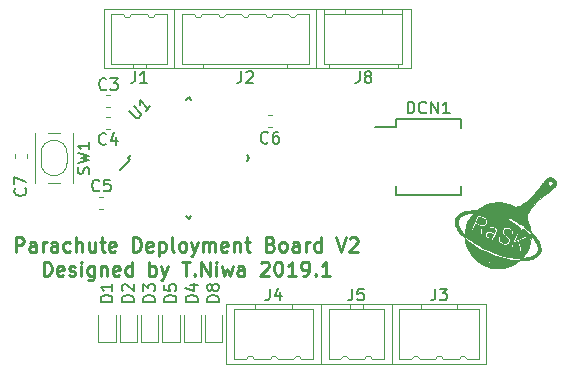
<source format=gto>
G04 #@! TF.GenerationSoftware,KiCad,Pcbnew,(5.0.0)*
G04 #@! TF.CreationDate,2019-01-23T06:14:12+09:00*
G04 #@! TF.ProjectId,PDS,5044532E6B696361645F706362000000,rev?*
G04 #@! TF.SameCoordinates,Original*
G04 #@! TF.FileFunction,Legend,Top*
G04 #@! TF.FilePolarity,Positive*
%FSLAX46Y46*%
G04 Gerber Fmt 4.6, Leading zero omitted, Abs format (unit mm)*
G04 Created by KiCad (PCBNEW (5.0.0)) date 01/23/19 06:14:12*
%MOMM*%
%LPD*%
G01*
G04 APERTURE LIST*
%ADD10C,0.240000*%
%ADD11C,0.120000*%
%ADD12C,0.150000*%
%ADD13C,0.100000*%
%ADD14C,0.010000*%
G04 APERTURE END LIST*
D10*
X61542857Y-125522857D02*
X61542857Y-124322857D01*
X61999999Y-124322857D01*
X62114285Y-124380000D01*
X62171428Y-124437142D01*
X62228571Y-124551428D01*
X62228571Y-124722857D01*
X62171428Y-124837142D01*
X62114285Y-124894285D01*
X61999999Y-124951428D01*
X61542857Y-124951428D01*
X63257142Y-125522857D02*
X63257142Y-124894285D01*
X63199999Y-124780000D01*
X63085714Y-124722857D01*
X62857142Y-124722857D01*
X62742857Y-124780000D01*
X63257142Y-125465714D02*
X63142857Y-125522857D01*
X62857142Y-125522857D01*
X62742857Y-125465714D01*
X62685714Y-125351428D01*
X62685714Y-125237142D01*
X62742857Y-125122857D01*
X62857142Y-125065714D01*
X63142857Y-125065714D01*
X63257142Y-125008571D01*
X63828571Y-125522857D02*
X63828571Y-124722857D01*
X63828571Y-124951428D02*
X63885714Y-124837142D01*
X63942857Y-124780000D01*
X64057142Y-124722857D01*
X64171428Y-124722857D01*
X65085714Y-125522857D02*
X65085714Y-124894285D01*
X65028571Y-124780000D01*
X64914285Y-124722857D01*
X64685714Y-124722857D01*
X64571428Y-124780000D01*
X65085714Y-125465714D02*
X64971428Y-125522857D01*
X64685714Y-125522857D01*
X64571428Y-125465714D01*
X64514285Y-125351428D01*
X64514285Y-125237142D01*
X64571428Y-125122857D01*
X64685714Y-125065714D01*
X64971428Y-125065714D01*
X65085714Y-125008571D01*
X66171428Y-125465714D02*
X66057142Y-125522857D01*
X65828571Y-125522857D01*
X65714285Y-125465714D01*
X65657142Y-125408571D01*
X65599999Y-125294285D01*
X65599999Y-124951428D01*
X65657142Y-124837142D01*
X65714285Y-124780000D01*
X65828571Y-124722857D01*
X66057142Y-124722857D01*
X66171428Y-124780000D01*
X66685714Y-125522857D02*
X66685714Y-124322857D01*
X67200000Y-125522857D02*
X67200000Y-124894285D01*
X67142857Y-124780000D01*
X67028571Y-124722857D01*
X66857142Y-124722857D01*
X66742857Y-124780000D01*
X66685714Y-124837142D01*
X68285714Y-124722857D02*
X68285714Y-125522857D01*
X67771428Y-124722857D02*
X67771428Y-125351428D01*
X67828571Y-125465714D01*
X67942857Y-125522857D01*
X68114285Y-125522857D01*
X68228571Y-125465714D01*
X68285714Y-125408571D01*
X68685714Y-124722857D02*
X69142857Y-124722857D01*
X68857142Y-124322857D02*
X68857142Y-125351428D01*
X68914285Y-125465714D01*
X69028571Y-125522857D01*
X69142857Y-125522857D01*
X70000000Y-125465714D02*
X69885714Y-125522857D01*
X69657142Y-125522857D01*
X69542857Y-125465714D01*
X69485714Y-125351428D01*
X69485714Y-124894285D01*
X69542857Y-124780000D01*
X69657142Y-124722857D01*
X69885714Y-124722857D01*
X70000000Y-124780000D01*
X70057142Y-124894285D01*
X70057142Y-125008571D01*
X69485714Y-125122857D01*
X71485714Y-125522857D02*
X71485714Y-124322857D01*
X71771428Y-124322857D01*
X71942857Y-124380000D01*
X72057142Y-124494285D01*
X72114285Y-124608571D01*
X72171428Y-124837142D01*
X72171428Y-125008571D01*
X72114285Y-125237142D01*
X72057142Y-125351428D01*
X71942857Y-125465714D01*
X71771428Y-125522857D01*
X71485714Y-125522857D01*
X73142857Y-125465714D02*
X73028571Y-125522857D01*
X72800000Y-125522857D01*
X72685714Y-125465714D01*
X72628571Y-125351428D01*
X72628571Y-124894285D01*
X72685714Y-124780000D01*
X72800000Y-124722857D01*
X73028571Y-124722857D01*
X73142857Y-124780000D01*
X73200000Y-124894285D01*
X73200000Y-125008571D01*
X72628571Y-125122857D01*
X73714285Y-124722857D02*
X73714285Y-125922857D01*
X73714285Y-124780000D02*
X73828571Y-124722857D01*
X74057142Y-124722857D01*
X74171428Y-124780000D01*
X74228571Y-124837142D01*
X74285714Y-124951428D01*
X74285714Y-125294285D01*
X74228571Y-125408571D01*
X74171428Y-125465714D01*
X74057142Y-125522857D01*
X73828571Y-125522857D01*
X73714285Y-125465714D01*
X74971428Y-125522857D02*
X74857142Y-125465714D01*
X74800000Y-125351428D01*
X74800000Y-124322857D01*
X75600000Y-125522857D02*
X75485714Y-125465714D01*
X75428571Y-125408571D01*
X75371428Y-125294285D01*
X75371428Y-124951428D01*
X75428571Y-124837142D01*
X75485714Y-124780000D01*
X75600000Y-124722857D01*
X75771428Y-124722857D01*
X75885714Y-124780000D01*
X75942857Y-124837142D01*
X76000000Y-124951428D01*
X76000000Y-125294285D01*
X75942857Y-125408571D01*
X75885714Y-125465714D01*
X75771428Y-125522857D01*
X75600000Y-125522857D01*
X76400000Y-124722857D02*
X76685714Y-125522857D01*
X76971428Y-124722857D02*
X76685714Y-125522857D01*
X76571428Y-125808571D01*
X76514285Y-125865714D01*
X76400000Y-125922857D01*
X77428571Y-125522857D02*
X77428571Y-124722857D01*
X77428571Y-124837142D02*
X77485714Y-124780000D01*
X77600000Y-124722857D01*
X77771428Y-124722857D01*
X77885714Y-124780000D01*
X77942857Y-124894285D01*
X77942857Y-125522857D01*
X77942857Y-124894285D02*
X78000000Y-124780000D01*
X78114285Y-124722857D01*
X78285714Y-124722857D01*
X78400000Y-124780000D01*
X78457142Y-124894285D01*
X78457142Y-125522857D01*
X79485714Y-125465714D02*
X79371428Y-125522857D01*
X79142857Y-125522857D01*
X79028571Y-125465714D01*
X78971428Y-125351428D01*
X78971428Y-124894285D01*
X79028571Y-124780000D01*
X79142857Y-124722857D01*
X79371428Y-124722857D01*
X79485714Y-124780000D01*
X79542857Y-124894285D01*
X79542857Y-125008571D01*
X78971428Y-125122857D01*
X80057142Y-124722857D02*
X80057142Y-125522857D01*
X80057142Y-124837142D02*
X80114285Y-124780000D01*
X80228571Y-124722857D01*
X80400000Y-124722857D01*
X80514285Y-124780000D01*
X80571428Y-124894285D01*
X80571428Y-125522857D01*
X80971428Y-124722857D02*
X81428571Y-124722857D01*
X81142857Y-124322857D02*
X81142857Y-125351428D01*
X81200000Y-125465714D01*
X81314285Y-125522857D01*
X81428571Y-125522857D01*
X83142857Y-124894285D02*
X83314285Y-124951428D01*
X83371428Y-125008571D01*
X83428571Y-125122857D01*
X83428571Y-125294285D01*
X83371428Y-125408571D01*
X83314285Y-125465714D01*
X83200000Y-125522857D01*
X82742857Y-125522857D01*
X82742857Y-124322857D01*
X83142857Y-124322857D01*
X83257142Y-124380000D01*
X83314285Y-124437142D01*
X83371428Y-124551428D01*
X83371428Y-124665714D01*
X83314285Y-124780000D01*
X83257142Y-124837142D01*
X83142857Y-124894285D01*
X82742857Y-124894285D01*
X84114285Y-125522857D02*
X84000000Y-125465714D01*
X83942857Y-125408571D01*
X83885714Y-125294285D01*
X83885714Y-124951428D01*
X83942857Y-124837142D01*
X84000000Y-124780000D01*
X84114285Y-124722857D01*
X84285714Y-124722857D01*
X84400000Y-124780000D01*
X84457142Y-124837142D01*
X84514285Y-124951428D01*
X84514285Y-125294285D01*
X84457142Y-125408571D01*
X84400000Y-125465714D01*
X84285714Y-125522857D01*
X84114285Y-125522857D01*
X85542857Y-125522857D02*
X85542857Y-124894285D01*
X85485714Y-124780000D01*
X85371428Y-124722857D01*
X85142857Y-124722857D01*
X85028571Y-124780000D01*
X85542857Y-125465714D02*
X85428571Y-125522857D01*
X85142857Y-125522857D01*
X85028571Y-125465714D01*
X84971428Y-125351428D01*
X84971428Y-125237142D01*
X85028571Y-125122857D01*
X85142857Y-125065714D01*
X85428571Y-125065714D01*
X85542857Y-125008571D01*
X86114285Y-125522857D02*
X86114285Y-124722857D01*
X86114285Y-124951428D02*
X86171428Y-124837142D01*
X86228571Y-124780000D01*
X86342857Y-124722857D01*
X86457142Y-124722857D01*
X87371428Y-125522857D02*
X87371428Y-124322857D01*
X87371428Y-125465714D02*
X87257142Y-125522857D01*
X87028571Y-125522857D01*
X86914285Y-125465714D01*
X86857142Y-125408571D01*
X86800000Y-125294285D01*
X86800000Y-124951428D01*
X86857142Y-124837142D01*
X86914285Y-124780000D01*
X87028571Y-124722857D01*
X87257142Y-124722857D01*
X87371428Y-124780000D01*
X88685714Y-124322857D02*
X89085714Y-125522857D01*
X89485714Y-124322857D01*
X89828571Y-124437142D02*
X89885714Y-124380000D01*
X90000000Y-124322857D01*
X90285714Y-124322857D01*
X90400000Y-124380000D01*
X90457142Y-124437142D01*
X90514285Y-124551428D01*
X90514285Y-124665714D01*
X90457142Y-124837142D01*
X89771428Y-125522857D01*
X90514285Y-125522857D01*
X63914285Y-127562857D02*
X63914285Y-126362857D01*
X64200000Y-126362857D01*
X64371428Y-126420000D01*
X64485714Y-126534285D01*
X64542857Y-126648571D01*
X64600000Y-126877142D01*
X64600000Y-127048571D01*
X64542857Y-127277142D01*
X64485714Y-127391428D01*
X64371428Y-127505714D01*
X64200000Y-127562857D01*
X63914285Y-127562857D01*
X65571428Y-127505714D02*
X65457142Y-127562857D01*
X65228571Y-127562857D01*
X65114285Y-127505714D01*
X65057142Y-127391428D01*
X65057142Y-126934285D01*
X65114285Y-126820000D01*
X65228571Y-126762857D01*
X65457142Y-126762857D01*
X65571428Y-126820000D01*
X65628571Y-126934285D01*
X65628571Y-127048571D01*
X65057142Y-127162857D01*
X66085714Y-127505714D02*
X66200000Y-127562857D01*
X66428571Y-127562857D01*
X66542857Y-127505714D01*
X66600000Y-127391428D01*
X66600000Y-127334285D01*
X66542857Y-127220000D01*
X66428571Y-127162857D01*
X66257142Y-127162857D01*
X66142857Y-127105714D01*
X66085714Y-126991428D01*
X66085714Y-126934285D01*
X66142857Y-126820000D01*
X66257142Y-126762857D01*
X66428571Y-126762857D01*
X66542857Y-126820000D01*
X67114285Y-127562857D02*
X67114285Y-126762857D01*
X67114285Y-126362857D02*
X67057142Y-126420000D01*
X67114285Y-126477142D01*
X67171428Y-126420000D01*
X67114285Y-126362857D01*
X67114285Y-126477142D01*
X68200000Y-126762857D02*
X68200000Y-127734285D01*
X68142857Y-127848571D01*
X68085714Y-127905714D01*
X67971428Y-127962857D01*
X67800000Y-127962857D01*
X67685714Y-127905714D01*
X68200000Y-127505714D02*
X68085714Y-127562857D01*
X67857142Y-127562857D01*
X67742857Y-127505714D01*
X67685714Y-127448571D01*
X67628571Y-127334285D01*
X67628571Y-126991428D01*
X67685714Y-126877142D01*
X67742857Y-126820000D01*
X67857142Y-126762857D01*
X68085714Y-126762857D01*
X68200000Y-126820000D01*
X68771428Y-126762857D02*
X68771428Y-127562857D01*
X68771428Y-126877142D02*
X68828571Y-126820000D01*
X68942857Y-126762857D01*
X69114285Y-126762857D01*
X69228571Y-126820000D01*
X69285714Y-126934285D01*
X69285714Y-127562857D01*
X70314285Y-127505714D02*
X70200000Y-127562857D01*
X69971428Y-127562857D01*
X69857142Y-127505714D01*
X69800000Y-127391428D01*
X69800000Y-126934285D01*
X69857142Y-126820000D01*
X69971428Y-126762857D01*
X70200000Y-126762857D01*
X70314285Y-126820000D01*
X70371428Y-126934285D01*
X70371428Y-127048571D01*
X69800000Y-127162857D01*
X71400000Y-127562857D02*
X71400000Y-126362857D01*
X71400000Y-127505714D02*
X71285714Y-127562857D01*
X71057142Y-127562857D01*
X70942857Y-127505714D01*
X70885714Y-127448571D01*
X70828571Y-127334285D01*
X70828571Y-126991428D01*
X70885714Y-126877142D01*
X70942857Y-126820000D01*
X71057142Y-126762857D01*
X71285714Y-126762857D01*
X71400000Y-126820000D01*
X72885714Y-127562857D02*
X72885714Y-126362857D01*
X72885714Y-126820000D02*
X73000000Y-126762857D01*
X73228571Y-126762857D01*
X73342857Y-126820000D01*
X73400000Y-126877142D01*
X73457142Y-126991428D01*
X73457142Y-127334285D01*
X73400000Y-127448571D01*
X73342857Y-127505714D01*
X73228571Y-127562857D01*
X73000000Y-127562857D01*
X72885714Y-127505714D01*
X73857142Y-126762857D02*
X74142857Y-127562857D01*
X74428571Y-126762857D02*
X74142857Y-127562857D01*
X74028571Y-127848571D01*
X73971428Y-127905714D01*
X73857142Y-127962857D01*
X75628571Y-126362857D02*
X76314285Y-126362857D01*
X75971428Y-127562857D02*
X75971428Y-126362857D01*
X76714285Y-127448571D02*
X76771428Y-127505714D01*
X76714285Y-127562857D01*
X76657142Y-127505714D01*
X76714285Y-127448571D01*
X76714285Y-127562857D01*
X77285714Y-127562857D02*
X77285714Y-126362857D01*
X77971428Y-127562857D01*
X77971428Y-126362857D01*
X78542857Y-127562857D02*
X78542857Y-126762857D01*
X78542857Y-126362857D02*
X78485714Y-126420000D01*
X78542857Y-126477142D01*
X78600000Y-126420000D01*
X78542857Y-126362857D01*
X78542857Y-126477142D01*
X79000000Y-126762857D02*
X79228571Y-127562857D01*
X79457142Y-126991428D01*
X79685714Y-127562857D01*
X79914285Y-126762857D01*
X80885714Y-127562857D02*
X80885714Y-126934285D01*
X80828571Y-126820000D01*
X80714285Y-126762857D01*
X80485714Y-126762857D01*
X80371428Y-126820000D01*
X80885714Y-127505714D02*
X80771428Y-127562857D01*
X80485714Y-127562857D01*
X80371428Y-127505714D01*
X80314285Y-127391428D01*
X80314285Y-127277142D01*
X80371428Y-127162857D01*
X80485714Y-127105714D01*
X80771428Y-127105714D01*
X80885714Y-127048571D01*
X82314285Y-126477142D02*
X82371428Y-126420000D01*
X82485714Y-126362857D01*
X82771428Y-126362857D01*
X82885714Y-126420000D01*
X82942857Y-126477142D01*
X82999999Y-126591428D01*
X82999999Y-126705714D01*
X82942857Y-126877142D01*
X82257142Y-127562857D01*
X82999999Y-127562857D01*
X83742857Y-126362857D02*
X83857142Y-126362857D01*
X83971428Y-126420000D01*
X84028571Y-126477142D01*
X84085714Y-126591428D01*
X84142857Y-126820000D01*
X84142857Y-127105714D01*
X84085714Y-127334285D01*
X84028571Y-127448571D01*
X83971428Y-127505714D01*
X83857142Y-127562857D01*
X83742857Y-127562857D01*
X83628571Y-127505714D01*
X83571428Y-127448571D01*
X83514285Y-127334285D01*
X83457142Y-127105714D01*
X83457142Y-126820000D01*
X83514285Y-126591428D01*
X83571428Y-126477142D01*
X83628571Y-126420000D01*
X83742857Y-126362857D01*
X85285714Y-127562857D02*
X84599999Y-127562857D01*
X84942857Y-127562857D02*
X84942857Y-126362857D01*
X84828571Y-126534285D01*
X84714285Y-126648571D01*
X84599999Y-126705714D01*
X85857142Y-127562857D02*
X86085714Y-127562857D01*
X86199999Y-127505714D01*
X86257142Y-127448571D01*
X86371428Y-127277142D01*
X86428571Y-127048571D01*
X86428571Y-126591428D01*
X86371428Y-126477142D01*
X86314285Y-126420000D01*
X86199999Y-126362857D01*
X85971428Y-126362857D01*
X85857142Y-126420000D01*
X85799999Y-126477142D01*
X85742857Y-126591428D01*
X85742857Y-126877142D01*
X85799999Y-126991428D01*
X85857142Y-127048571D01*
X85971428Y-127105714D01*
X86199999Y-127105714D01*
X86314285Y-127048571D01*
X86371428Y-126991428D01*
X86428571Y-126877142D01*
X86942857Y-127448571D02*
X86999999Y-127505714D01*
X86942857Y-127562857D01*
X86885714Y-127505714D01*
X86942857Y-127448571D01*
X86942857Y-127562857D01*
X88142857Y-127562857D02*
X87457142Y-127562857D01*
X87799999Y-127562857D02*
X87799999Y-126362857D01*
X87685714Y-126534285D01*
X87571428Y-126648571D01*
X87457142Y-126705714D01*
D11*
G04 #@! TO.C,C3*
X69550279Y-113310000D02*
X69224721Y-113310000D01*
X69550279Y-112290000D02*
X69224721Y-112290000D01*
G04 #@! TO.C,C4*
X69550279Y-115110000D02*
X69224721Y-115110000D01*
X69550279Y-114090000D02*
X69224721Y-114090000D01*
G04 #@! TO.C,C5*
X68649721Y-121910000D02*
X68975279Y-121910000D01*
X68649721Y-120890000D02*
X68975279Y-120890000D01*
G04 #@! TO.C,C6*
X83250279Y-113990000D02*
X82924721Y-113990000D01*
X83250279Y-115010000D02*
X82924721Y-115010000D01*
G04 #@! TO.C,C7*
X62510000Y-117249721D02*
X62510000Y-117575279D01*
X61490000Y-117249721D02*
X61490000Y-117575279D01*
G04 #@! TO.C,D1*
X70035000Y-133172500D02*
X70035000Y-130887500D01*
X68565000Y-133172500D02*
X70035000Y-133172500D01*
X68565000Y-130887500D02*
X68565000Y-133172500D01*
G04 #@! TO.C,D2*
X70365000Y-130900000D02*
X70365000Y-133185000D01*
X70365000Y-133185000D02*
X71835000Y-133185000D01*
X71835000Y-133185000D02*
X71835000Y-130900000D01*
G04 #@! TO.C,D3*
X73635000Y-133185000D02*
X73635000Y-130900000D01*
X72165000Y-133185000D02*
X73635000Y-133185000D01*
X72165000Y-130900000D02*
X72165000Y-133185000D01*
G04 #@! TO.C,D4*
X75765000Y-130900000D02*
X75765000Y-133185000D01*
X75765000Y-133185000D02*
X77235000Y-133185000D01*
X77235000Y-133185000D02*
X77235000Y-130900000D01*
G04 #@! TO.C,D5*
X75435000Y-133185000D02*
X75435000Y-130900000D01*
X73965000Y-133185000D02*
X75435000Y-133185000D01*
X73965000Y-130900000D02*
X73965000Y-133185000D01*
G04 #@! TO.C,D8*
X77565000Y-130887500D02*
X77565000Y-133172500D01*
X77565000Y-133172500D02*
X79035000Y-133172500D01*
X79035000Y-133172500D02*
X79035000Y-130887500D01*
D12*
G04 #@! TO.C,DCN1*
X93750000Y-114295000D02*
X93750000Y-114950000D01*
X99250000Y-114295000D02*
X99250000Y-115045000D01*
X99250000Y-120705000D02*
X99250000Y-119955000D01*
X93750000Y-120705000D02*
X93750000Y-119955000D01*
X93750000Y-114295000D02*
X99250000Y-114295000D01*
X93750000Y-120705000D02*
X99250000Y-120705000D01*
X93750000Y-114950000D02*
X92000000Y-114950000D01*
D13*
G04 #@! TO.C,J1*
X69000000Y-105000000D02*
X75000000Y-105000000D01*
X69000000Y-110000000D02*
X69000000Y-105000000D01*
X69000000Y-110000000D02*
X75000000Y-110000000D01*
X75000000Y-110000000D02*
X75000000Y-105000000D01*
X69650000Y-105400000D02*
X69650000Y-109600000D01*
X74350000Y-109600000D02*
X74350000Y-105400000D01*
X69650000Y-109600000D02*
X74350000Y-109600000D01*
X70650000Y-105400000D02*
X69650000Y-105400000D01*
X72650000Y-105400000D02*
X71350000Y-105400000D01*
X74350000Y-105400000D02*
X73350000Y-105400000D01*
X71150000Y-105650000D02*
X71350000Y-105400000D01*
X70850000Y-105650000D02*
X71150000Y-105650000D01*
X70650000Y-105400000D02*
X70850000Y-105650000D01*
X73150000Y-105650000D02*
X73350000Y-105400000D01*
X72850000Y-105650000D02*
X73150000Y-105650000D01*
X72650000Y-105400000D02*
X72850000Y-105650000D01*
X72550000Y-110000000D02*
X72550000Y-109600000D01*
X71450000Y-109600000D02*
X71450000Y-110000000D01*
G04 #@! TO.C,J2*
X77450000Y-109600000D02*
X77450000Y-110000000D01*
X84550000Y-109600000D02*
X84550000Y-110000000D01*
X84650000Y-105400000D02*
X84850000Y-105650000D01*
X84850000Y-105650000D02*
X85150000Y-105650000D01*
X85150000Y-105650000D02*
X85350000Y-105400000D01*
X82650000Y-105400000D02*
X82850000Y-105650000D01*
X82850000Y-105650000D02*
X83150000Y-105650000D01*
X83150000Y-105650000D02*
X83350000Y-105400000D01*
X86350000Y-105400000D02*
X85350000Y-105400000D01*
X84650000Y-105400000D02*
X83350000Y-105400000D01*
X76650000Y-105400000D02*
X75650000Y-105400000D01*
X75650000Y-109600000D02*
X86350000Y-109600000D01*
X86350000Y-109600000D02*
X86350000Y-105400000D01*
X75650000Y-105400000D02*
X75650000Y-109600000D01*
X87000000Y-110000000D02*
X87000000Y-105000000D01*
X75000000Y-110000000D02*
X87000000Y-110000000D01*
X75000000Y-110000000D02*
X75000000Y-105000000D01*
X75000000Y-105000000D02*
X87000000Y-105000000D01*
X80650000Y-105400000D02*
X80850000Y-105650000D01*
X80850000Y-105650000D02*
X81150000Y-105650000D01*
X82650000Y-105400000D02*
X81350000Y-105400000D01*
X81150000Y-105650000D02*
X81350000Y-105400000D01*
X80650000Y-105400000D02*
X79350000Y-105400000D01*
X79150000Y-105650000D02*
X79350000Y-105400000D01*
X78850000Y-105650000D02*
X79150000Y-105650000D01*
X78650000Y-105400000D02*
X78850000Y-105650000D01*
X76850000Y-105650000D02*
X77150000Y-105650000D01*
X76650000Y-105400000D02*
X76850000Y-105650000D01*
X77150000Y-105650000D02*
X77350000Y-105400000D01*
X78650000Y-105400000D02*
X77350000Y-105400000D01*
G04 #@! TO.C,J3*
X98950000Y-130400000D02*
X98950000Y-130000000D01*
X95850000Y-130400000D02*
X95850000Y-130000000D01*
X95750000Y-134600000D02*
X95550000Y-134350000D01*
X95550000Y-134350000D02*
X95250000Y-134350000D01*
X95250000Y-134350000D02*
X95050000Y-134600000D01*
X97750000Y-134600000D02*
X97550000Y-134350000D01*
X97550000Y-134350000D02*
X97250000Y-134350000D01*
X97250000Y-134350000D02*
X97050000Y-134600000D01*
X94050000Y-134600000D02*
X95050000Y-134600000D01*
X95750000Y-134600000D02*
X97050000Y-134600000D01*
X99750000Y-134600000D02*
X100750000Y-134600000D01*
X100750000Y-130400000D02*
X94050000Y-130400000D01*
X94050000Y-130400000D02*
X94050000Y-134600000D01*
X100750000Y-134600000D02*
X100750000Y-130400000D01*
X93400000Y-130000000D02*
X93400000Y-135000000D01*
X101400000Y-130000000D02*
X93400000Y-130000000D01*
X101400000Y-130000000D02*
X101400000Y-135000000D01*
X101400000Y-135000000D02*
X93400000Y-135000000D01*
X99750000Y-134600000D02*
X99550000Y-134350000D01*
X99550000Y-134350000D02*
X99250000Y-134350000D01*
X97750000Y-134600000D02*
X99050000Y-134600000D01*
X99250000Y-134350000D02*
X99050000Y-134600000D01*
G04 #@! TO.C,J4*
X85250000Y-134350000D02*
X85050000Y-134600000D01*
X83750000Y-134600000D02*
X85050000Y-134600000D01*
X85550000Y-134350000D02*
X85250000Y-134350000D01*
X85750000Y-134600000D02*
X85550000Y-134350000D01*
X87400000Y-135000000D02*
X79400000Y-135000000D01*
X87400000Y-130000000D02*
X87400000Y-135000000D01*
X87400000Y-130000000D02*
X79400000Y-130000000D01*
X79400000Y-130000000D02*
X79400000Y-135000000D01*
X86750000Y-134600000D02*
X86750000Y-130400000D01*
X80050000Y-130400000D02*
X80050000Y-134600000D01*
X86750000Y-130400000D02*
X80050000Y-130400000D01*
X85750000Y-134600000D02*
X86750000Y-134600000D01*
X81750000Y-134600000D02*
X83050000Y-134600000D01*
X80050000Y-134600000D02*
X81050000Y-134600000D01*
X83250000Y-134350000D02*
X83050000Y-134600000D01*
X83550000Y-134350000D02*
X83250000Y-134350000D01*
X83750000Y-134600000D02*
X83550000Y-134350000D01*
X81250000Y-134350000D02*
X81050000Y-134600000D01*
X81550000Y-134350000D02*
X81250000Y-134350000D01*
X81750000Y-134600000D02*
X81550000Y-134350000D01*
X81850000Y-130400000D02*
X81850000Y-130000000D01*
X84950000Y-130400000D02*
X84950000Y-130000000D01*
G04 #@! TO.C,J5*
X90950000Y-130400000D02*
X90950000Y-130000000D01*
X89850000Y-130000000D02*
X89850000Y-130400000D01*
X89750000Y-134600000D02*
X89550000Y-134350000D01*
X89550000Y-134350000D02*
X89250000Y-134350000D01*
X89250000Y-134350000D02*
X89050000Y-134600000D01*
X91750000Y-134600000D02*
X91550000Y-134350000D01*
X91550000Y-134350000D02*
X91250000Y-134350000D01*
X91250000Y-134350000D02*
X91050000Y-134600000D01*
X88050000Y-134600000D02*
X89050000Y-134600000D01*
X89750000Y-134600000D02*
X91050000Y-134600000D01*
X91750000Y-134600000D02*
X92750000Y-134600000D01*
X92750000Y-130400000D02*
X88050000Y-130400000D01*
X88050000Y-130400000D02*
X88050000Y-134600000D01*
X92750000Y-134600000D02*
X92750000Y-130400000D01*
X87400000Y-130000000D02*
X87400000Y-135000000D01*
X93400000Y-130000000D02*
X87400000Y-130000000D01*
X93400000Y-130000000D02*
X93400000Y-135000000D01*
X93400000Y-135000000D02*
X87400000Y-135000000D01*
G04 #@! TO.C,J8*
X92550000Y-105400000D02*
X92550000Y-105000000D01*
X89450000Y-105400000D02*
X89450000Y-105000000D01*
X94300000Y-105400000D02*
X87700000Y-105400000D01*
X87700000Y-105000000D02*
X87700000Y-109600000D01*
X94300000Y-109600000D02*
X94300000Y-105000000D01*
X87000000Y-105000000D02*
X87000000Y-110000000D01*
X95000000Y-105000000D02*
X87000000Y-105000000D01*
X95000000Y-105000000D02*
X95000000Y-110000000D01*
X95000000Y-110000000D02*
X87000000Y-110000000D01*
X94300000Y-109600000D02*
X87700000Y-109600000D01*
X93900000Y-109600000D02*
X93900000Y-110000000D01*
X88100000Y-109600000D02*
X88100000Y-110000000D01*
G04 #@! TO.C,SW1*
X63200000Y-115500000D02*
X63200000Y-119700000D01*
X66400000Y-119700000D02*
X66400000Y-115500000D01*
X63700000Y-117200000D02*
G75*
G02X65900000Y-117200000I1100000J0D01*
G01*
X65900000Y-118000000D02*
G75*
G02X63700000Y-118000000I-1100000J0D01*
G01*
X63700000Y-117200000D02*
X63700000Y-118000000D01*
X65900000Y-118000000D02*
X65900000Y-117200000D01*
X64300000Y-115500000D02*
X65300000Y-115500000D01*
X64300000Y-119700000D02*
X65300000Y-119700000D01*
D12*
G04 #@! TO.C,U1*
X71073476Y-117600000D02*
X71232575Y-117759099D01*
X76200000Y-112473476D02*
X76412132Y-112685608D01*
X81326524Y-117600000D02*
X81114392Y-117387868D01*
X76200000Y-122726524D02*
X75987868Y-122514392D01*
X71073476Y-117600000D02*
X71285608Y-117387868D01*
X76200000Y-122726524D02*
X76412132Y-122514392D01*
X81326524Y-117600000D02*
X81114392Y-117812132D01*
X76200000Y-112473476D02*
X75987868Y-112685608D01*
X71232575Y-117759099D02*
X70366369Y-118625305D01*
D14*
G04 #@! TO.C,G\002A\002A\002A*
G36*
X100794731Y-122556754D02*
X100825692Y-122567636D01*
X100868697Y-122584251D01*
X100920485Y-122605334D01*
X100977794Y-122629623D01*
X100982379Y-122631606D01*
X101065974Y-122669177D01*
X101132553Y-122702520D01*
X101184544Y-122733304D01*
X101224377Y-122763198D01*
X101254481Y-122793869D01*
X101277284Y-122826987D01*
X101283465Y-122838431D01*
X101299669Y-122890376D01*
X101301751Y-122951326D01*
X101289626Y-123015595D01*
X101286252Y-123026130D01*
X101262147Y-123073459D01*
X101224328Y-123121310D01*
X101178442Y-123164037D01*
X101130136Y-123195992D01*
X101105890Y-123206492D01*
X101059376Y-123217240D01*
X101005777Y-123222076D01*
X100954152Y-123220649D01*
X100917200Y-123213822D01*
X100901274Y-123207716D01*
X100871229Y-123195236D01*
X100830509Y-123177892D01*
X100782556Y-123157194D01*
X100730815Y-123134650D01*
X100678728Y-123111771D01*
X100629740Y-123090066D01*
X100587293Y-123071046D01*
X100554831Y-123056219D01*
X100535798Y-123047095D01*
X100532343Y-123045098D01*
X100534920Y-123034974D01*
X100544681Y-123009428D01*
X100560286Y-122971482D01*
X100580396Y-122924159D01*
X100603671Y-122870481D01*
X100628770Y-122813473D01*
X100654353Y-122756156D01*
X100679080Y-122701553D01*
X100701612Y-122652688D01*
X100720607Y-122612582D01*
X100734727Y-122584259D01*
X100742630Y-122570742D01*
X100742633Y-122570740D01*
X100763772Y-122556290D01*
X100779074Y-122552866D01*
X100794731Y-122556754D01*
X100794731Y-122556754D01*
G37*
X100794731Y-122556754D02*
X100825692Y-122567636D01*
X100868697Y-122584251D01*
X100920485Y-122605334D01*
X100977794Y-122629623D01*
X100982379Y-122631606D01*
X101065974Y-122669177D01*
X101132553Y-122702520D01*
X101184544Y-122733304D01*
X101224377Y-122763198D01*
X101254481Y-122793869D01*
X101277284Y-122826987D01*
X101283465Y-122838431D01*
X101299669Y-122890376D01*
X101301751Y-122951326D01*
X101289626Y-123015595D01*
X101286252Y-123026130D01*
X101262147Y-123073459D01*
X101224328Y-123121310D01*
X101178442Y-123164037D01*
X101130136Y-123195992D01*
X101105890Y-123206492D01*
X101059376Y-123217240D01*
X101005777Y-123222076D01*
X100954152Y-123220649D01*
X100917200Y-123213822D01*
X100901274Y-123207716D01*
X100871229Y-123195236D01*
X100830509Y-123177892D01*
X100782556Y-123157194D01*
X100730815Y-123134650D01*
X100678728Y-123111771D01*
X100629740Y-123090066D01*
X100587293Y-123071046D01*
X100554831Y-123056219D01*
X100535798Y-123047095D01*
X100532343Y-123045098D01*
X100534920Y-123034974D01*
X100544681Y-123009428D01*
X100560286Y-122971482D01*
X100580396Y-122924159D01*
X100603671Y-122870481D01*
X100628770Y-122813473D01*
X100654353Y-122756156D01*
X100679080Y-122701553D01*
X100701612Y-122652688D01*
X100720607Y-122612582D01*
X100734727Y-122584259D01*
X100742630Y-122570742D01*
X100742633Y-122570740D01*
X100763772Y-122556290D01*
X100779074Y-122552866D01*
X100794731Y-122556754D01*
G36*
X101635012Y-123926136D02*
X101669517Y-123928008D01*
X101697400Y-123931380D01*
X101723462Y-123937813D01*
X101752504Y-123948871D01*
X101789328Y-123966116D01*
X101838735Y-123991109D01*
X101845767Y-123994719D01*
X101972478Y-124059798D01*
X101933555Y-124136959D01*
X101903606Y-124191219D01*
X101875823Y-124229029D01*
X101847137Y-124253573D01*
X101814476Y-124268032D01*
X101804642Y-124270606D01*
X101759199Y-124277153D01*
X101706065Y-124278896D01*
X101653340Y-124276060D01*
X101609127Y-124268872D01*
X101595415Y-124264748D01*
X101541169Y-124237011D01*
X101496236Y-124198808D01*
X101463812Y-124153927D01*
X101447094Y-124106154D01*
X101445520Y-124087120D01*
X101453610Y-124045417D01*
X101475227Y-124000915D01*
X101506386Y-123961122D01*
X101518119Y-123950274D01*
X101535775Y-123936644D01*
X101552519Y-123928711D01*
X101574194Y-123925267D01*
X101606647Y-123925106D01*
X101635012Y-123926136D01*
X101635012Y-123926136D01*
G37*
X101635012Y-123926136D02*
X101669517Y-123928008D01*
X101697400Y-123931380D01*
X101723462Y-123937813D01*
X101752504Y-123948871D01*
X101789328Y-123966116D01*
X101838735Y-123991109D01*
X101845767Y-123994719D01*
X101972478Y-124059798D01*
X101933555Y-124136959D01*
X101903606Y-124191219D01*
X101875823Y-124229029D01*
X101847137Y-124253573D01*
X101814476Y-124268032D01*
X101804642Y-124270606D01*
X101759199Y-124277153D01*
X101706065Y-124278896D01*
X101653340Y-124276060D01*
X101609127Y-124268872D01*
X101595415Y-124264748D01*
X101541169Y-124237011D01*
X101496236Y-124198808D01*
X101463812Y-124153927D01*
X101447094Y-124106154D01*
X101445520Y-124087120D01*
X101453610Y-124045417D01*
X101475227Y-124000915D01*
X101506386Y-123961122D01*
X101518119Y-123950274D01*
X101535775Y-123936644D01*
X101552519Y-123928711D01*
X101574194Y-123925267D01*
X101606647Y-123925106D01*
X101635012Y-123926136D01*
G36*
X106881324Y-119237255D02*
X106939158Y-119252535D01*
X107032895Y-119296615D01*
X107114591Y-119353463D01*
X107183170Y-119421031D01*
X107237553Y-119497269D01*
X107276666Y-119580129D01*
X107299431Y-119667562D01*
X107304772Y-119757518D01*
X107291611Y-119847950D01*
X107276844Y-119895166D01*
X107246528Y-119959333D01*
X107202202Y-120026426D01*
X107143170Y-120097098D01*
X107068736Y-120171998D01*
X106978206Y-120251780D01*
X106870883Y-120337094D01*
X106746074Y-120428591D01*
X106603081Y-120526923D01*
X106601061Y-120528275D01*
X106511845Y-120589256D01*
X106415803Y-120657185D01*
X106317144Y-120728935D01*
X106220078Y-120801376D01*
X106128814Y-120871378D01*
X106047561Y-120935812D01*
X105999008Y-120975832D01*
X105805689Y-121148256D01*
X105615541Y-121336743D01*
X105432364Y-121537047D01*
X105259957Y-121744921D01*
X105102120Y-121956118D01*
X105036500Y-122051646D01*
X104976528Y-122143490D01*
X104928186Y-122222684D01*
X104890201Y-122292273D01*
X104861299Y-122355303D01*
X104840205Y-122414817D01*
X104825645Y-122473863D01*
X104816345Y-122535485D01*
X104811845Y-122588520D01*
X104809835Y-122648911D01*
X104812767Y-122702155D01*
X104821828Y-122753054D01*
X104838208Y-122806408D01*
X104863095Y-122867019D01*
X104897677Y-122939689D01*
X104899839Y-122944042D01*
X104967086Y-123094405D01*
X105026910Y-123258913D01*
X105077697Y-123432237D01*
X105117835Y-123609050D01*
X105138969Y-123733689D01*
X105145761Y-123779614D01*
X105151963Y-123819652D01*
X105156731Y-123848455D01*
X105158687Y-123858735D01*
X105166915Y-123871597D01*
X105187475Y-123896474D01*
X105218286Y-123931062D01*
X105257265Y-123973054D01*
X105302331Y-124020144D01*
X105329850Y-124048288D01*
X105427880Y-124150043D01*
X105512846Y-124243489D01*
X105587957Y-124332490D01*
X105656421Y-124420907D01*
X105721446Y-124512602D01*
X105745922Y-124549108D01*
X105834657Y-124694627D01*
X105904595Y-124834594D01*
X105956130Y-124970130D01*
X105989658Y-125102356D01*
X106005574Y-125232391D01*
X106007099Y-125289433D01*
X105998031Y-125417408D01*
X105971357Y-125536241D01*
X105926867Y-125646229D01*
X105864350Y-125747670D01*
X105783597Y-125840862D01*
X105684396Y-125926102D01*
X105566538Y-126003688D01*
X105463996Y-126057893D01*
X105342353Y-126111131D01*
X105216490Y-126154989D01*
X105082222Y-126190628D01*
X104935365Y-126219211D01*
X104824136Y-126235473D01*
X104776126Y-126240940D01*
X104716127Y-126246632D01*
X104648102Y-126252287D01*
X104576012Y-126257645D01*
X104503821Y-126262443D01*
X104435490Y-126266421D01*
X104374981Y-126269317D01*
X104326257Y-126270870D01*
X104293280Y-126270818D01*
X104290320Y-126270678D01*
X104245342Y-126269308D01*
X104212015Y-126272759D01*
X104183408Y-126283416D01*
X104152587Y-126303665D01*
X104120980Y-126328952D01*
X104077650Y-126362623D01*
X104020962Y-126403456D01*
X103955227Y-126448576D01*
X103884757Y-126495111D01*
X103813865Y-126540187D01*
X103746860Y-126580932D01*
X103715658Y-126599069D01*
X103602521Y-126658030D01*
X103474247Y-126715281D01*
X103336020Y-126769015D01*
X103193022Y-126817426D01*
X103050437Y-126858707D01*
X102913448Y-126891051D01*
X102837440Y-126905195D01*
X102713774Y-126921810D01*
X102577525Y-126933564D01*
X102435910Y-126940144D01*
X102296152Y-126941235D01*
X102165469Y-126936523D01*
X102146560Y-126935258D01*
X101978849Y-126916299D01*
X101802484Y-126883446D01*
X101622289Y-126838011D01*
X101443087Y-126781308D01*
X101269702Y-126714649D01*
X101166120Y-126668367D01*
X100963016Y-126561079D01*
X100768801Y-126436196D01*
X100584926Y-126295034D01*
X100412843Y-126138909D01*
X100254003Y-125969138D01*
X100197662Y-125897960D01*
X100789532Y-125897960D01*
X100793887Y-125907077D01*
X100810153Y-125927637D01*
X100835731Y-125956861D01*
X100868021Y-125991970D01*
X100904422Y-126030184D01*
X100942334Y-126068723D01*
X100979158Y-126104808D01*
X101009596Y-126133229D01*
X101144358Y-126241748D01*
X101292847Y-126336686D01*
X101452823Y-126417028D01*
X101622042Y-126481756D01*
X101798264Y-126529854D01*
X101941014Y-126555434D01*
X101999239Y-126560509D01*
X102072205Y-126562317D01*
X102154642Y-126561103D01*
X102241276Y-126557115D01*
X102326837Y-126550599D01*
X102406051Y-126541802D01*
X102473648Y-126530971D01*
X102476760Y-126530354D01*
X102530606Y-126518757D01*
X102583143Y-126506053D01*
X102627804Y-126493907D01*
X102654560Y-126485304D01*
X102710440Y-126464700D01*
X102644400Y-126471325D01*
X102614006Y-126473298D01*
X102567534Y-126474959D01*
X102509223Y-126476219D01*
X102443314Y-126476993D01*
X102374047Y-126477193D01*
X102359920Y-126477156D01*
X102271036Y-126476262D01*
X102197657Y-126474096D01*
X102134989Y-126470358D01*
X102078242Y-126464751D01*
X102022622Y-126456976D01*
X102014174Y-126455620D01*
X101791144Y-126409706D01*
X101578213Y-126346219D01*
X101374994Y-126264991D01*
X101181100Y-126165853D01*
X100996145Y-126048638D01*
X100883235Y-125964803D01*
X100847165Y-125936992D01*
X100817291Y-125915038D01*
X100796943Y-125901316D01*
X100789532Y-125897960D01*
X100197662Y-125897960D01*
X100109857Y-125787035D01*
X99983042Y-125595880D01*
X99867018Y-125384291D01*
X99769691Y-125164987D01*
X99691343Y-124938765D01*
X99632255Y-124706426D01*
X99597242Y-124503680D01*
X99586876Y-124427480D01*
X99560598Y-124400820D01*
X99581160Y-124400820D01*
X99616720Y-124438096D01*
X99642031Y-124462199D01*
X99677085Y-124492505D01*
X99715186Y-124523271D01*
X99723400Y-124529597D01*
X99765384Y-124561672D01*
X99814672Y-124599422D01*
X99862473Y-124636112D01*
X99875800Y-124646361D01*
X100133081Y-124834188D01*
X100406520Y-125014707D01*
X100693834Y-125186949D01*
X100992736Y-125349945D01*
X101300942Y-125502727D01*
X101616166Y-125644326D01*
X101936125Y-125773773D01*
X102258532Y-125890100D01*
X102581103Y-125992338D01*
X102901553Y-126079518D01*
X103217597Y-126150672D01*
X103526950Y-126204832D01*
X103565328Y-126210400D01*
X103674819Y-126224925D01*
X103783360Y-126237487D01*
X103886681Y-126247681D01*
X103980508Y-126255104D01*
X104060569Y-126259351D01*
X104091064Y-126260120D01*
X104181369Y-126261360D01*
X104253624Y-126205996D01*
X104292516Y-126174959D01*
X104330634Y-126142472D01*
X104360957Y-126114563D01*
X104366041Y-126109476D01*
X104406203Y-126068320D01*
X104233961Y-126068262D01*
X103987476Y-126060518D01*
X103901737Y-126052915D01*
X104432560Y-126052915D01*
X104441253Y-126056425D01*
X104462492Y-126055043D01*
X104465580Y-126054524D01*
X104489321Y-126051116D01*
X104527453Y-126046553D01*
X104574129Y-126041508D01*
X104610360Y-126037894D01*
X104695645Y-126027911D01*
X104789372Y-126013901D01*
X104885090Y-125997039D01*
X104976352Y-125978499D01*
X105056709Y-125959456D01*
X105087880Y-125950952D01*
X105165843Y-125924603D01*
X105252218Y-125888871D01*
X105339627Y-125847165D01*
X105420693Y-125802895D01*
X105458064Y-125779881D01*
X105511254Y-125741242D01*
X105564979Y-125694845D01*
X105614880Y-125645075D01*
X105656602Y-125596321D01*
X105685789Y-125552968D01*
X105688495Y-125547839D01*
X105715670Y-125492115D01*
X105734798Y-125445857D01*
X105747246Y-125403028D01*
X105754382Y-125357596D01*
X105757574Y-125303526D01*
X105758200Y-125240280D01*
X105757457Y-125176041D01*
X105755056Y-125126151D01*
X105750368Y-125084667D01*
X105742764Y-125045643D01*
X105734014Y-125011680D01*
X105693628Y-124894113D01*
X105637207Y-124772439D01*
X105567052Y-124651310D01*
X105524915Y-124588681D01*
X105495103Y-124547047D01*
X105466357Y-124508147D01*
X105436467Y-124469236D01*
X105403221Y-124427570D01*
X105364409Y-124380403D01*
X105317819Y-124324990D01*
X105261240Y-124258585D01*
X105224847Y-124216132D01*
X105174240Y-124157185D01*
X105174038Y-124211052D01*
X105172844Y-124242304D01*
X105169743Y-124287675D01*
X105165204Y-124341103D01*
X105159696Y-124396526D01*
X105159645Y-124397000D01*
X105132226Y-124601958D01*
X105095206Y-124792102D01*
X105047610Y-124971014D01*
X104988461Y-125142280D01*
X104916784Y-125309482D01*
X104903748Y-125336800D01*
X104831765Y-125478896D01*
X104760000Y-125606136D01*
X104685147Y-125723675D01*
X104603902Y-125836669D01*
X104512958Y-125950273D01*
X104502341Y-125962885D01*
X104473709Y-125997410D01*
X104450769Y-126026338D01*
X104436260Y-126046133D01*
X104432560Y-126052915D01*
X103901737Y-126052915D01*
X103728894Y-126037588D01*
X103459382Y-125999685D01*
X103180104Y-125947020D01*
X102892224Y-125879805D01*
X102596908Y-125798252D01*
X102382926Y-125731621D01*
X102118503Y-125640295D01*
X101853787Y-125538790D01*
X101590752Y-125428177D01*
X101331372Y-125309529D01*
X101077622Y-125183917D01*
X100964817Y-125123651D01*
X103447040Y-125123651D01*
X103455693Y-125155712D01*
X103477899Y-125179477D01*
X103508023Y-125192721D01*
X103540429Y-125193215D01*
X103569486Y-125178732D01*
X103574293Y-125173960D01*
X103583723Y-125158877D01*
X103599740Y-125128128D01*
X103620898Y-125084709D01*
X103645749Y-125031617D01*
X103672849Y-124971852D01*
X103685087Y-124944270D01*
X103777240Y-124735181D01*
X103902960Y-124685038D01*
X103949420Y-124666787D01*
X103988513Y-124651963D01*
X104016697Y-124641868D01*
X104030432Y-124637804D01*
X104031182Y-124637867D01*
X104033848Y-124648084D01*
X104040470Y-124676117D01*
X104050589Y-124719948D01*
X104063744Y-124777557D01*
X104079475Y-124846926D01*
X104097324Y-124926036D01*
X104116830Y-125012869D01*
X104131347Y-125077720D01*
X104155516Y-125185313D01*
X104175891Y-125274701D01*
X104192909Y-125347555D01*
X104207010Y-125405543D01*
X104218631Y-125450336D01*
X104228210Y-125483603D01*
X104236185Y-125507013D01*
X104242994Y-125522238D01*
X104249076Y-125530945D01*
X104250631Y-125532380D01*
X104280861Y-125548127D01*
X104314762Y-125546243D01*
X104334875Y-125538682D01*
X104347381Y-125532568D01*
X104357398Y-125525561D01*
X104364731Y-125515950D01*
X104369188Y-125502028D01*
X104370573Y-125482085D01*
X104368694Y-125454412D01*
X104363357Y-125417301D01*
X104354367Y-125369042D01*
X104341531Y-125307926D01*
X104324656Y-125232245D01*
X104303547Y-125140290D01*
X104278010Y-125030351D01*
X104276491Y-125023824D01*
X104171711Y-124573688D01*
X104203075Y-124560728D01*
X104219973Y-124553784D01*
X104253153Y-124540181D01*
X104300091Y-124520955D01*
X104358261Y-124497138D01*
X104425139Y-124469765D01*
X104498199Y-124439869D01*
X104539240Y-124423079D01*
X104631172Y-124385246D01*
X104705861Y-124353803D01*
X104764991Y-124327742D01*
X104810243Y-124306055D01*
X104843302Y-124287734D01*
X104865848Y-124271771D01*
X104879566Y-124257159D01*
X104886138Y-124242889D01*
X104887247Y-124227953D01*
X104885497Y-124215669D01*
X104870238Y-124177201D01*
X104844011Y-124154129D01*
X104816105Y-124148080D01*
X104801038Y-124152043D01*
X104769306Y-124163407D01*
X104722843Y-124181386D01*
X104663579Y-124205192D01*
X104593449Y-124234037D01*
X104514384Y-124267136D01*
X104428317Y-124303700D01*
X104337180Y-124342942D01*
X104328718Y-124346612D01*
X104238244Y-124385768D01*
X104153565Y-124422219D01*
X104076479Y-124455202D01*
X104008782Y-124483960D01*
X103952273Y-124507732D01*
X103908748Y-124525759D01*
X103880006Y-124537281D01*
X103867843Y-124541539D01*
X103867567Y-124541514D01*
X103870657Y-124531705D01*
X103881093Y-124505525D01*
X103897947Y-124465158D01*
X103920288Y-124412791D01*
X103947186Y-124350609D01*
X103977710Y-124280799D01*
X104000684Y-124228682D01*
X104037654Y-124144112D01*
X104069939Y-124068301D01*
X104096798Y-124003094D01*
X104117492Y-123950338D01*
X104131280Y-123911881D01*
X104137422Y-123889569D01*
X104137676Y-123886855D01*
X104129365Y-123852097D01*
X104107367Y-123827116D01*
X104076953Y-123814375D01*
X104043394Y-123816340D01*
X104017315Y-123830580D01*
X104009266Y-123843124D01*
X103994075Y-123872474D01*
X103972573Y-123916742D01*
X103945594Y-123974043D01*
X103913967Y-124042492D01*
X103878525Y-124120202D01*
X103840099Y-124205289D01*
X103799521Y-124295865D01*
X103757623Y-124390046D01*
X103715236Y-124485946D01*
X103673192Y-124581679D01*
X103632323Y-124675359D01*
X103593460Y-124765101D01*
X103557435Y-124849019D01*
X103525079Y-124925227D01*
X103497225Y-124991839D01*
X103474703Y-125046971D01*
X103458346Y-125088735D01*
X103448985Y-125115247D01*
X103447040Y-125123651D01*
X100964817Y-125123651D01*
X100831476Y-125052414D01*
X100594908Y-124916092D01*
X100369892Y-124776022D01*
X100158403Y-124633276D01*
X99962415Y-124488927D01*
X99783902Y-124344046D01*
X99713240Y-124282061D01*
X99668699Y-124242054D01*
X99636936Y-124213781D01*
X99615641Y-124195362D01*
X99602509Y-124184916D01*
X99595231Y-124180561D01*
X99591500Y-124180416D01*
X99589994Y-124181579D01*
X99587872Y-124193069D01*
X99585824Y-124220443D01*
X99584119Y-124259267D01*
X99583220Y-124293555D01*
X99581160Y-124400820D01*
X99560598Y-124400820D01*
X99476715Y-124315720D01*
X99393309Y-124230460D01*
X99322597Y-124156648D01*
X99262413Y-124091869D01*
X99210593Y-124033711D01*
X99164971Y-123979759D01*
X99123384Y-123927600D01*
X99094904Y-123890043D01*
X99063755Y-123847823D01*
X99037471Y-123811559D01*
X99018204Y-123784271D01*
X99008108Y-123768982D01*
X99007119Y-123766887D01*
X99002067Y-123756613D01*
X98988502Y-123733239D01*
X98968811Y-123700811D01*
X98956191Y-123680514D01*
X98887934Y-123560446D01*
X98834567Y-123440174D01*
X98793451Y-123313005D01*
X98767882Y-123203200D01*
X98757376Y-123128027D01*
X98753009Y-123043352D01*
X98753142Y-123035560D01*
X98995394Y-123035560D01*
X99001615Y-123141103D01*
X99020362Y-123245586D01*
X99052603Y-123352126D01*
X99099306Y-123463839D01*
X99161439Y-123583843D01*
X99170918Y-123600598D01*
X99200484Y-123651713D01*
X99227121Y-123695788D01*
X99253196Y-123736091D01*
X99281075Y-123775889D01*
X99313123Y-123818452D01*
X99351707Y-123867048D01*
X99399192Y-123924946D01*
X99448715Y-123984386D01*
X99571000Y-124130573D01*
X99578201Y-123994546D01*
X99582455Y-123930250D01*
X99588468Y-123860218D01*
X99595385Y-123793605D01*
X99601302Y-123746760D01*
X99617461Y-123660243D01*
X100094240Y-123660243D01*
X100103270Y-123689558D01*
X100126375Y-123712790D01*
X100157576Y-123727136D01*
X100190894Y-123729795D01*
X100219233Y-123718820D01*
X100227667Y-123706488D01*
X100242937Y-123678010D01*
X100263831Y-123635897D01*
X100289135Y-123582660D01*
X100317636Y-123520809D01*
X100348120Y-123452856D01*
X100352014Y-123444047D01*
X100382097Y-123376091D01*
X100409604Y-123314349D01*
X100433451Y-123261225D01*
X100452551Y-123219123D01*
X100465820Y-123190448D01*
X100472173Y-123177603D01*
X100472468Y-123177184D01*
X100482484Y-123179769D01*
X100507563Y-123189182D01*
X100544230Y-123203929D01*
X100589008Y-123222519D01*
X100638421Y-123243460D01*
X100688995Y-123265259D01*
X100737253Y-123286424D01*
X100779720Y-123305463D01*
X100812919Y-123320884D01*
X100833375Y-123331193D01*
X100837828Y-123334045D01*
X100840299Y-123345334D01*
X100844093Y-123374465D01*
X100848965Y-123419023D01*
X100854675Y-123476590D01*
X100860977Y-123544749D01*
X100867631Y-123621083D01*
X100872167Y-123675640D01*
X100879092Y-123757152D01*
X100886063Y-123833029D01*
X100892802Y-123900672D01*
X100899029Y-123957482D01*
X100904464Y-124000860D01*
X100908829Y-124028206D01*
X100910898Y-124036022D01*
X100933946Y-124065970D01*
X100965620Y-124079896D01*
X100991183Y-124077690D01*
X101252579Y-124077690D01*
X101258354Y-124144257D01*
X101277460Y-124202074D01*
X101312189Y-124256378D01*
X101348201Y-124296289D01*
X101399453Y-124342002D01*
X101450227Y-124373861D01*
X101505755Y-124393891D01*
X101571274Y-124404115D01*
X101633480Y-124406588D01*
X101680904Y-124406101D01*
X101724204Y-124404320D01*
X101757004Y-124401568D01*
X101768100Y-124399794D01*
X101801120Y-124392428D01*
X101801120Y-124456730D01*
X101802385Y-124494816D01*
X101807543Y-124519904D01*
X101818634Y-124539235D01*
X101827169Y-124549140D01*
X101848931Y-124568113D01*
X101870881Y-124573363D01*
X101887863Y-124571625D01*
X101921564Y-124563409D01*
X101950713Y-124552536D01*
X101966256Y-124543217D01*
X101975456Y-124530128D01*
X101980683Y-124507631D01*
X101984067Y-124473114D01*
X101986236Y-124452367D01*
X101990061Y-124432084D01*
X101996625Y-124409757D01*
X102001325Y-124397594D01*
X102362482Y-124397594D01*
X102365546Y-124490941D01*
X102387385Y-124578813D01*
X102417854Y-124643346D01*
X102454507Y-124692773D01*
X102506172Y-124744013D01*
X102568330Y-124793272D01*
X102636463Y-124836753D01*
X102668180Y-124853578D01*
X102781677Y-124901617D01*
X102889193Y-124930287D01*
X102990838Y-124939606D01*
X103086720Y-124929592D01*
X103106984Y-124924813D01*
X103187981Y-124893820D01*
X103257739Y-124845937D01*
X103316319Y-124781111D01*
X103362944Y-124701090D01*
X103376773Y-124668914D01*
X103385230Y-124640040D01*
X103389576Y-124607456D01*
X103391074Y-124564152D01*
X103391160Y-124544320D01*
X103390576Y-124497130D01*
X103387961Y-124463742D01*
X103382016Y-124437652D01*
X103371444Y-124412355D01*
X103360748Y-124391920D01*
X103340734Y-124360442D01*
X103311518Y-124323339D01*
X103271787Y-124279226D01*
X103220230Y-124226721D01*
X103155535Y-124164441D01*
X103076390Y-124091003D01*
X103068150Y-124083467D01*
X103001496Y-124019036D01*
X102951584Y-123961951D01*
X102917291Y-123909876D01*
X102897492Y-123860475D01*
X102891064Y-123811414D01*
X102896883Y-123760357D01*
X102902370Y-123738913D01*
X102925650Y-123686381D01*
X102961094Y-123639767D01*
X103003949Y-123604402D01*
X103035752Y-123589216D01*
X103088482Y-123579667D01*
X103151438Y-123580457D01*
X103217816Y-123590845D01*
X103280808Y-123610089D01*
X103298945Y-123617906D01*
X103365332Y-123653076D01*
X103414983Y-123689512D01*
X103451409Y-123730186D01*
X103471641Y-123764216D01*
X103485205Y-123794848D01*
X103493184Y-123824164D01*
X103496941Y-123859483D01*
X103497840Y-123905109D01*
X103499869Y-123960520D01*
X103507028Y-123998785D01*
X103520926Y-124022770D01*
X103543170Y-124035341D01*
X103573143Y-124039313D01*
X103605680Y-124035834D01*
X103627693Y-124021075D01*
X103630657Y-124017612D01*
X103648791Y-123981495D01*
X103658299Y-123931952D01*
X103659287Y-123873906D01*
X103651857Y-123812282D01*
X103636114Y-123752002D01*
X103624412Y-123722230D01*
X103584029Y-123655498D01*
X103527151Y-123594497D01*
X103457156Y-123540717D01*
X103377424Y-123495647D01*
X103291331Y-123460779D01*
X103202256Y-123437604D01*
X103113578Y-123427610D01*
X103028674Y-123432290D01*
X102987072Y-123441035D01*
X102911361Y-123471692D01*
X102845783Y-123518336D01*
X102792300Y-123578352D01*
X102752873Y-123649121D01*
X102729465Y-123728028D01*
X102723592Y-123792480D01*
X102728342Y-123852759D01*
X102744071Y-123910465D01*
X102772202Y-123967992D01*
X102814158Y-124027733D01*
X102871363Y-124092079D01*
X102942904Y-124161287D01*
X103018152Y-124231238D01*
X103079058Y-124290318D01*
X103127044Y-124340477D01*
X103163530Y-124383668D01*
X103189937Y-124421841D01*
X103207687Y-124456950D01*
X103218201Y-124490944D01*
X103222899Y-124525776D01*
X103223520Y-124546652D01*
X103214509Y-124611998D01*
X103189234Y-124671879D01*
X103150327Y-124722553D01*
X103100420Y-124760277D01*
X103061749Y-124776563D01*
X102995971Y-124786878D01*
X102921905Y-124782657D01*
X102843961Y-124765228D01*
X102766552Y-124735918D01*
X102694087Y-124696055D01*
X102630977Y-124646965D01*
X102630922Y-124646913D01*
X102580731Y-124590685D01*
X102548004Y-124530725D01*
X102531696Y-124463797D01*
X102530763Y-124386665D01*
X102534870Y-124349260D01*
X102539463Y-124295217D01*
X102534919Y-124257063D01*
X102520167Y-124232039D01*
X102494138Y-124217383D01*
X102482546Y-124214275D01*
X102444577Y-124212196D01*
X102415508Y-124225830D01*
X102393568Y-124256642D01*
X102378393Y-124300510D01*
X102362482Y-124397594D01*
X102001325Y-124397594D01*
X102007012Y-124382879D01*
X102022307Y-124348943D01*
X102043593Y-124305439D01*
X102071955Y-124249861D01*
X102108476Y-124179701D01*
X102122378Y-124153160D01*
X102158400Y-124083839D01*
X102192422Y-124017219D01*
X102222939Y-123956336D01*
X102248446Y-123904226D01*
X102267437Y-123863928D01*
X102278407Y-123838478D01*
X102278512Y-123838200D01*
X102297377Y-123768345D01*
X102303070Y-123697665D01*
X102295554Y-123631954D01*
X102280060Y-123586964D01*
X102244728Y-123533967D01*
X102193265Y-123483331D01*
X102129854Y-123437829D01*
X102058681Y-123400234D01*
X101983928Y-123373318D01*
X101943999Y-123364279D01*
X101881461Y-123358364D01*
X101816967Y-123361179D01*
X101753704Y-123371596D01*
X101694861Y-123388485D01*
X101643626Y-123410717D01*
X101603185Y-123437165D01*
X101576729Y-123466698D01*
X101567440Y-123497617D01*
X101575068Y-123535504D01*
X101596783Y-123560218D01*
X101630825Y-123571306D01*
X101675438Y-123568320D01*
X101728862Y-123550808D01*
X101745240Y-123543201D01*
X101815025Y-123519448D01*
X101886380Y-123514614D01*
X101955873Y-123527998D01*
X102020069Y-123558904D01*
X102075537Y-123606632D01*
X102079530Y-123611197D01*
X102109741Y-123658092D01*
X102122410Y-123708869D01*
X102117503Y-123765252D01*
X102094983Y-123828964D01*
X102074198Y-123869314D01*
X102044133Y-123922586D01*
X101949313Y-123872668D01*
X101880529Y-123837728D01*
X101823705Y-123812372D01*
X101773792Y-123795064D01*
X101725741Y-123784267D01*
X101674506Y-123778447D01*
X101633261Y-123776487D01*
X101584322Y-123775623D01*
X101548799Y-123777095D01*
X101519825Y-123781971D01*
X101490534Y-123791317D01*
X101460995Y-123803263D01*
X101388699Y-123842572D01*
X101330028Y-123892738D01*
X101286677Y-123951531D01*
X101260338Y-124016719D01*
X101252579Y-124077690D01*
X100991183Y-124077690D01*
X101000918Y-124076850D01*
X101031500Y-124058943D01*
X101038233Y-124051341D01*
X101043236Y-124040509D01*
X101046455Y-124024439D01*
X101047834Y-124001121D01*
X101047320Y-123968547D01*
X101044857Y-123924709D01*
X101040392Y-123867597D01*
X101033870Y-123795203D01*
X101025236Y-123705519D01*
X101020655Y-123659070D01*
X100992844Y-123378341D01*
X101049002Y-123372368D01*
X101146743Y-123352704D01*
X101234114Y-123316219D01*
X101309813Y-123263969D01*
X101372539Y-123197011D01*
X101420990Y-123116403D01*
X101446604Y-123049523D01*
X101462618Y-122971156D01*
X101464272Y-122892946D01*
X101451836Y-122820278D01*
X101432781Y-122771400D01*
X101402858Y-122725857D01*
X101361065Y-122678247D01*
X101313872Y-122635244D01*
X101286815Y-122616235D01*
X103113581Y-122616235D01*
X103114448Y-122624883D01*
X103127046Y-122647383D01*
X103150185Y-122681903D01*
X103182677Y-122726612D01*
X103200845Y-122750630D01*
X103301527Y-122882260D01*
X104161465Y-123421640D01*
X104254284Y-123574040D01*
X104284832Y-123623316D01*
X104312189Y-123665794D01*
X104334492Y-123698711D01*
X104349876Y-123719301D01*
X104356147Y-123725042D01*
X104365328Y-123716271D01*
X104381619Y-123694245D01*
X104401898Y-123663267D01*
X104407285Y-123654530D01*
X104434378Y-123611683D01*
X104454959Y-123585250D01*
X104472159Y-123573757D01*
X104489109Y-123575735D01*
X104508942Y-123589710D01*
X104521194Y-123601001D01*
X104543983Y-123621085D01*
X104578663Y-123649582D01*
X104620740Y-123682883D01*
X104665723Y-123717382D01*
X104671320Y-123721593D01*
X104723447Y-123761574D01*
X104781992Y-123807887D01*
X104843924Y-123858001D01*
X104906216Y-123909384D01*
X104965838Y-123959504D01*
X105019761Y-124005829D01*
X105064957Y-124045827D01*
X105098396Y-124076967D01*
X105108200Y-124086788D01*
X105148840Y-124129014D01*
X105152280Y-124100644D01*
X105153465Y-124077701D01*
X105153650Y-124041052D01*
X105152835Y-123997285D01*
X105152280Y-123980637D01*
X105148840Y-123889000D01*
X105096642Y-123840418D01*
X105054870Y-123802970D01*
X105004444Y-123760046D01*
X104947955Y-123713633D01*
X104887995Y-123665719D01*
X104827156Y-123618289D01*
X104768029Y-123573333D01*
X104713205Y-123532836D01*
X104665276Y-123498786D01*
X104626834Y-123473170D01*
X104600469Y-123457976D01*
X104594728Y-123455541D01*
X104574564Y-123444623D01*
X104566355Y-123428269D01*
X104570426Y-123403850D01*
X104587099Y-123368737D01*
X104610129Y-123330551D01*
X104630344Y-123297694D01*
X104644910Y-123272002D01*
X104651481Y-123257693D01*
X104651490Y-123256183D01*
X104640710Y-123254038D01*
X104613019Y-123250308D01*
X104571729Y-123245390D01*
X104520153Y-123239681D01*
X104469695Y-123234400D01*
X104291501Y-123216217D01*
X104064850Y-123073886D01*
X103988452Y-123025897D01*
X103903451Y-122972482D01*
X103815802Y-122917385D01*
X103731463Y-122864351D01*
X103656389Y-122817123D01*
X103634410Y-122803291D01*
X103430620Y-122675027D01*
X103278810Y-122644249D01*
X103225085Y-122633702D01*
X103177894Y-122625085D01*
X103141055Y-122619047D01*
X103118386Y-122616234D01*
X103113581Y-122616235D01*
X101286815Y-122616235D01*
X101272800Y-122606389D01*
X101250510Y-122594747D01*
X101213897Y-122577199D01*
X101166155Y-122555144D01*
X101110482Y-122529982D01*
X101050072Y-122503114D01*
X100988123Y-122475937D01*
X100927830Y-122449853D01*
X100872389Y-122426260D01*
X100824997Y-122406558D01*
X100788849Y-122392147D01*
X100767142Y-122384426D01*
X100764235Y-122383683D01*
X100722492Y-122384437D01*
X100679014Y-122399992D01*
X100641930Y-122427381D01*
X100640645Y-122428734D01*
X100632266Y-122442529D01*
X100616769Y-122472928D01*
X100595010Y-122518000D01*
X100567846Y-122575814D01*
X100536133Y-122644439D01*
X100500729Y-122721945D01*
X100462491Y-122806400D01*
X100422274Y-122895874D01*
X100380936Y-122988435D01*
X100339333Y-123082153D01*
X100298323Y-123175096D01*
X100258761Y-123265335D01*
X100221505Y-123350938D01*
X100187411Y-123429973D01*
X100157336Y-123500511D01*
X100132137Y-123560620D01*
X100112670Y-123608369D01*
X100099793Y-123641828D01*
X100094361Y-123659065D01*
X100094240Y-123660243D01*
X99617461Y-123660243D01*
X99643497Y-123520847D01*
X99704953Y-123297953D01*
X99784754Y-123080083D01*
X99881985Y-122869242D01*
X99995728Y-122667436D01*
X100125069Y-122476669D01*
X100255688Y-122314200D01*
X100282808Y-122282191D01*
X100303914Y-122255565D01*
X100316001Y-122238202D01*
X100317724Y-122234151D01*
X100308738Y-122230227D01*
X100285749Y-122230048D01*
X100268226Y-122231793D01*
X100239420Y-122235305D01*
X100195928Y-122240229D01*
X100143284Y-122245954D01*
X100087021Y-122251869D01*
X100077726Y-122252826D01*
X99892489Y-122277408D01*
X99725061Y-122311386D01*
X99575164Y-122354896D01*
X99442520Y-122408074D01*
X99326851Y-122471053D01*
X99227880Y-122543970D01*
X99145328Y-122626959D01*
X99078919Y-122720156D01*
X99064497Y-122745639D01*
X99027884Y-122826358D01*
X99005600Y-122908431D01*
X98996033Y-122998620D01*
X98995394Y-123035560D01*
X98753142Y-123035560D01*
X98754515Y-122955245D01*
X98761629Y-122869774D01*
X98774087Y-122793008D01*
X98788036Y-122741017D01*
X98838308Y-122624008D01*
X98906169Y-122516470D01*
X98990781Y-122419319D01*
X99091302Y-122333470D01*
X99206891Y-122259840D01*
X99250647Y-122237176D01*
X99408164Y-122170135D01*
X99580883Y-122115707D01*
X99767923Y-122074084D01*
X99968403Y-122045457D01*
X100181443Y-122030018D01*
X100206000Y-122029120D01*
X100298576Y-122026108D01*
X100373088Y-122023645D01*
X100431772Y-122021432D01*
X100476867Y-122019174D01*
X100510610Y-122016575D01*
X100535238Y-122013336D01*
X100552989Y-122009163D01*
X100566101Y-122003758D01*
X100576811Y-121996825D01*
X100587357Y-121988067D01*
X100599976Y-121977188D01*
X100600380Y-121976851D01*
X100718756Y-121885774D01*
X100852567Y-121796084D01*
X100996968Y-121710398D01*
X101147110Y-121631333D01*
X101298148Y-121561506D01*
X101445233Y-121503533D01*
X101527902Y-121476040D01*
X101746733Y-121418880D01*
X101973122Y-121378911D01*
X102203695Y-121356349D01*
X102435076Y-121351407D01*
X102663889Y-121364302D01*
X102862840Y-121390988D01*
X103019466Y-121422285D01*
X103167142Y-121461000D01*
X103312082Y-121509128D01*
X103460500Y-121568663D01*
X103567568Y-121617145D01*
X103631228Y-121646851D01*
X103680448Y-121668859D01*
X103718991Y-121684498D01*
X103750624Y-121695095D01*
X103779111Y-121701976D01*
X103808218Y-121706469D01*
X103826648Y-121708482D01*
X103941885Y-121711461D01*
X104054965Y-121696734D01*
X104168991Y-121663715D01*
X104255149Y-121627467D01*
X104309798Y-121598556D01*
X104377062Y-121557930D01*
X104454410Y-121507422D01*
X104539313Y-121448865D01*
X104629243Y-121384092D01*
X104721670Y-121314937D01*
X104814063Y-121243234D01*
X104903895Y-121170814D01*
X104988635Y-121099513D01*
X105014008Y-121077455D01*
X105088775Y-121009956D01*
X105171065Y-120932331D01*
X105256376Y-120849058D01*
X105340202Y-120764613D01*
X105418039Y-120683474D01*
X105485384Y-120610118D01*
X105494315Y-120600048D01*
X105559509Y-120523818D01*
X105632005Y-120435038D01*
X105708231Y-120338325D01*
X105784618Y-120238297D01*
X105857595Y-120139569D01*
X105923592Y-120046759D01*
X105935255Y-120029874D01*
X106026824Y-119897723D01*
X106109024Y-119781784D01*
X106150819Y-119724740D01*
X106607048Y-119724740D01*
X106619214Y-119784640D01*
X106645893Y-119838147D01*
X106681812Y-119876960D01*
X106740344Y-119912562D01*
X106801705Y-119929265D01*
X106863446Y-119926682D01*
X106907238Y-119912449D01*
X106957923Y-119879241D01*
X106994842Y-119834146D01*
X107017307Y-119780828D01*
X107024631Y-119722950D01*
X107016129Y-119664176D01*
X106991112Y-119608169D01*
X106969671Y-119579421D01*
X106919695Y-119536466D01*
X106862742Y-119511977D01*
X106801177Y-119506374D01*
X106737361Y-119520078D01*
X106708061Y-119532900D01*
X106669742Y-119556164D01*
X106644037Y-119582506D01*
X106630039Y-119605618D01*
X106610340Y-119663411D01*
X106607048Y-119724740D01*
X106150819Y-119724740D01*
X106182971Y-119680859D01*
X106249777Y-119593752D01*
X106310556Y-119519265D01*
X106366424Y-119456204D01*
X106418493Y-119403370D01*
X106467879Y-119359567D01*
X106515694Y-119323600D01*
X106563054Y-119294270D01*
X106611072Y-119270383D01*
X106660575Y-119250841D01*
X106729457Y-119234755D01*
X106805873Y-119230244D01*
X106881324Y-119237255D01*
X106881324Y-119237255D01*
G37*
X106881324Y-119237255D02*
X106939158Y-119252535D01*
X107032895Y-119296615D01*
X107114591Y-119353463D01*
X107183170Y-119421031D01*
X107237553Y-119497269D01*
X107276666Y-119580129D01*
X107299431Y-119667562D01*
X107304772Y-119757518D01*
X107291611Y-119847950D01*
X107276844Y-119895166D01*
X107246528Y-119959333D01*
X107202202Y-120026426D01*
X107143170Y-120097098D01*
X107068736Y-120171998D01*
X106978206Y-120251780D01*
X106870883Y-120337094D01*
X106746074Y-120428591D01*
X106603081Y-120526923D01*
X106601061Y-120528275D01*
X106511845Y-120589256D01*
X106415803Y-120657185D01*
X106317144Y-120728935D01*
X106220078Y-120801376D01*
X106128814Y-120871378D01*
X106047561Y-120935812D01*
X105999008Y-120975832D01*
X105805689Y-121148256D01*
X105615541Y-121336743D01*
X105432364Y-121537047D01*
X105259957Y-121744921D01*
X105102120Y-121956118D01*
X105036500Y-122051646D01*
X104976528Y-122143490D01*
X104928186Y-122222684D01*
X104890201Y-122292273D01*
X104861299Y-122355303D01*
X104840205Y-122414817D01*
X104825645Y-122473863D01*
X104816345Y-122535485D01*
X104811845Y-122588520D01*
X104809835Y-122648911D01*
X104812767Y-122702155D01*
X104821828Y-122753054D01*
X104838208Y-122806408D01*
X104863095Y-122867019D01*
X104897677Y-122939689D01*
X104899839Y-122944042D01*
X104967086Y-123094405D01*
X105026910Y-123258913D01*
X105077697Y-123432237D01*
X105117835Y-123609050D01*
X105138969Y-123733689D01*
X105145761Y-123779614D01*
X105151963Y-123819652D01*
X105156731Y-123848455D01*
X105158687Y-123858735D01*
X105166915Y-123871597D01*
X105187475Y-123896474D01*
X105218286Y-123931062D01*
X105257265Y-123973054D01*
X105302331Y-124020144D01*
X105329850Y-124048288D01*
X105427880Y-124150043D01*
X105512846Y-124243489D01*
X105587957Y-124332490D01*
X105656421Y-124420907D01*
X105721446Y-124512602D01*
X105745922Y-124549108D01*
X105834657Y-124694627D01*
X105904595Y-124834594D01*
X105956130Y-124970130D01*
X105989658Y-125102356D01*
X106005574Y-125232391D01*
X106007099Y-125289433D01*
X105998031Y-125417408D01*
X105971357Y-125536241D01*
X105926867Y-125646229D01*
X105864350Y-125747670D01*
X105783597Y-125840862D01*
X105684396Y-125926102D01*
X105566538Y-126003688D01*
X105463996Y-126057893D01*
X105342353Y-126111131D01*
X105216490Y-126154989D01*
X105082222Y-126190628D01*
X104935365Y-126219211D01*
X104824136Y-126235473D01*
X104776126Y-126240940D01*
X104716127Y-126246632D01*
X104648102Y-126252287D01*
X104576012Y-126257645D01*
X104503821Y-126262443D01*
X104435490Y-126266421D01*
X104374981Y-126269317D01*
X104326257Y-126270870D01*
X104293280Y-126270818D01*
X104290320Y-126270678D01*
X104245342Y-126269308D01*
X104212015Y-126272759D01*
X104183408Y-126283416D01*
X104152587Y-126303665D01*
X104120980Y-126328952D01*
X104077650Y-126362623D01*
X104020962Y-126403456D01*
X103955227Y-126448576D01*
X103884757Y-126495111D01*
X103813865Y-126540187D01*
X103746860Y-126580932D01*
X103715658Y-126599069D01*
X103602521Y-126658030D01*
X103474247Y-126715281D01*
X103336020Y-126769015D01*
X103193022Y-126817426D01*
X103050437Y-126858707D01*
X102913448Y-126891051D01*
X102837440Y-126905195D01*
X102713774Y-126921810D01*
X102577525Y-126933564D01*
X102435910Y-126940144D01*
X102296152Y-126941235D01*
X102165469Y-126936523D01*
X102146560Y-126935258D01*
X101978849Y-126916299D01*
X101802484Y-126883446D01*
X101622289Y-126838011D01*
X101443087Y-126781308D01*
X101269702Y-126714649D01*
X101166120Y-126668367D01*
X100963016Y-126561079D01*
X100768801Y-126436196D01*
X100584926Y-126295034D01*
X100412843Y-126138909D01*
X100254003Y-125969138D01*
X100197662Y-125897960D01*
X100789532Y-125897960D01*
X100793887Y-125907077D01*
X100810153Y-125927637D01*
X100835731Y-125956861D01*
X100868021Y-125991970D01*
X100904422Y-126030184D01*
X100942334Y-126068723D01*
X100979158Y-126104808D01*
X101009596Y-126133229D01*
X101144358Y-126241748D01*
X101292847Y-126336686D01*
X101452823Y-126417028D01*
X101622042Y-126481756D01*
X101798264Y-126529854D01*
X101941014Y-126555434D01*
X101999239Y-126560509D01*
X102072205Y-126562317D01*
X102154642Y-126561103D01*
X102241276Y-126557115D01*
X102326837Y-126550599D01*
X102406051Y-126541802D01*
X102473648Y-126530971D01*
X102476760Y-126530354D01*
X102530606Y-126518757D01*
X102583143Y-126506053D01*
X102627804Y-126493907D01*
X102654560Y-126485304D01*
X102710440Y-126464700D01*
X102644400Y-126471325D01*
X102614006Y-126473298D01*
X102567534Y-126474959D01*
X102509223Y-126476219D01*
X102443314Y-126476993D01*
X102374047Y-126477193D01*
X102359920Y-126477156D01*
X102271036Y-126476262D01*
X102197657Y-126474096D01*
X102134989Y-126470358D01*
X102078242Y-126464751D01*
X102022622Y-126456976D01*
X102014174Y-126455620D01*
X101791144Y-126409706D01*
X101578213Y-126346219D01*
X101374994Y-126264991D01*
X101181100Y-126165853D01*
X100996145Y-126048638D01*
X100883235Y-125964803D01*
X100847165Y-125936992D01*
X100817291Y-125915038D01*
X100796943Y-125901316D01*
X100789532Y-125897960D01*
X100197662Y-125897960D01*
X100109857Y-125787035D01*
X99983042Y-125595880D01*
X99867018Y-125384291D01*
X99769691Y-125164987D01*
X99691343Y-124938765D01*
X99632255Y-124706426D01*
X99597242Y-124503680D01*
X99586876Y-124427480D01*
X99560598Y-124400820D01*
X99581160Y-124400820D01*
X99616720Y-124438096D01*
X99642031Y-124462199D01*
X99677085Y-124492505D01*
X99715186Y-124523271D01*
X99723400Y-124529597D01*
X99765384Y-124561672D01*
X99814672Y-124599422D01*
X99862473Y-124636112D01*
X99875800Y-124646361D01*
X100133081Y-124834188D01*
X100406520Y-125014707D01*
X100693834Y-125186949D01*
X100992736Y-125349945D01*
X101300942Y-125502727D01*
X101616166Y-125644326D01*
X101936125Y-125773773D01*
X102258532Y-125890100D01*
X102581103Y-125992338D01*
X102901553Y-126079518D01*
X103217597Y-126150672D01*
X103526950Y-126204832D01*
X103565328Y-126210400D01*
X103674819Y-126224925D01*
X103783360Y-126237487D01*
X103886681Y-126247681D01*
X103980508Y-126255104D01*
X104060569Y-126259351D01*
X104091064Y-126260120D01*
X104181369Y-126261360D01*
X104253624Y-126205996D01*
X104292516Y-126174959D01*
X104330634Y-126142472D01*
X104360957Y-126114563D01*
X104366041Y-126109476D01*
X104406203Y-126068320D01*
X104233961Y-126068262D01*
X103987476Y-126060518D01*
X103901737Y-126052915D01*
X104432560Y-126052915D01*
X104441253Y-126056425D01*
X104462492Y-126055043D01*
X104465580Y-126054524D01*
X104489321Y-126051116D01*
X104527453Y-126046553D01*
X104574129Y-126041508D01*
X104610360Y-126037894D01*
X104695645Y-126027911D01*
X104789372Y-126013901D01*
X104885090Y-125997039D01*
X104976352Y-125978499D01*
X105056709Y-125959456D01*
X105087880Y-125950952D01*
X105165843Y-125924603D01*
X105252218Y-125888871D01*
X105339627Y-125847165D01*
X105420693Y-125802895D01*
X105458064Y-125779881D01*
X105511254Y-125741242D01*
X105564979Y-125694845D01*
X105614880Y-125645075D01*
X105656602Y-125596321D01*
X105685789Y-125552968D01*
X105688495Y-125547839D01*
X105715670Y-125492115D01*
X105734798Y-125445857D01*
X105747246Y-125403028D01*
X105754382Y-125357596D01*
X105757574Y-125303526D01*
X105758200Y-125240280D01*
X105757457Y-125176041D01*
X105755056Y-125126151D01*
X105750368Y-125084667D01*
X105742764Y-125045643D01*
X105734014Y-125011680D01*
X105693628Y-124894113D01*
X105637207Y-124772439D01*
X105567052Y-124651310D01*
X105524915Y-124588681D01*
X105495103Y-124547047D01*
X105466357Y-124508147D01*
X105436467Y-124469236D01*
X105403221Y-124427570D01*
X105364409Y-124380403D01*
X105317819Y-124324990D01*
X105261240Y-124258585D01*
X105224847Y-124216132D01*
X105174240Y-124157185D01*
X105174038Y-124211052D01*
X105172844Y-124242304D01*
X105169743Y-124287675D01*
X105165204Y-124341103D01*
X105159696Y-124396526D01*
X105159645Y-124397000D01*
X105132226Y-124601958D01*
X105095206Y-124792102D01*
X105047610Y-124971014D01*
X104988461Y-125142280D01*
X104916784Y-125309482D01*
X104903748Y-125336800D01*
X104831765Y-125478896D01*
X104760000Y-125606136D01*
X104685147Y-125723675D01*
X104603902Y-125836669D01*
X104512958Y-125950273D01*
X104502341Y-125962885D01*
X104473709Y-125997410D01*
X104450769Y-126026338D01*
X104436260Y-126046133D01*
X104432560Y-126052915D01*
X103901737Y-126052915D01*
X103728894Y-126037588D01*
X103459382Y-125999685D01*
X103180104Y-125947020D01*
X102892224Y-125879805D01*
X102596908Y-125798252D01*
X102382926Y-125731621D01*
X102118503Y-125640295D01*
X101853787Y-125538790D01*
X101590752Y-125428177D01*
X101331372Y-125309529D01*
X101077622Y-125183917D01*
X100964817Y-125123651D01*
X103447040Y-125123651D01*
X103455693Y-125155712D01*
X103477899Y-125179477D01*
X103508023Y-125192721D01*
X103540429Y-125193215D01*
X103569486Y-125178732D01*
X103574293Y-125173960D01*
X103583723Y-125158877D01*
X103599740Y-125128128D01*
X103620898Y-125084709D01*
X103645749Y-125031617D01*
X103672849Y-124971852D01*
X103685087Y-124944270D01*
X103777240Y-124735181D01*
X103902960Y-124685038D01*
X103949420Y-124666787D01*
X103988513Y-124651963D01*
X104016697Y-124641868D01*
X104030432Y-124637804D01*
X104031182Y-124637867D01*
X104033848Y-124648084D01*
X104040470Y-124676117D01*
X104050589Y-124719948D01*
X104063744Y-124777557D01*
X104079475Y-124846926D01*
X104097324Y-124926036D01*
X104116830Y-125012869D01*
X104131347Y-125077720D01*
X104155516Y-125185313D01*
X104175891Y-125274701D01*
X104192909Y-125347555D01*
X104207010Y-125405543D01*
X104218631Y-125450336D01*
X104228210Y-125483603D01*
X104236185Y-125507013D01*
X104242994Y-125522238D01*
X104249076Y-125530945D01*
X104250631Y-125532380D01*
X104280861Y-125548127D01*
X104314762Y-125546243D01*
X104334875Y-125538682D01*
X104347381Y-125532568D01*
X104357398Y-125525561D01*
X104364731Y-125515950D01*
X104369188Y-125502028D01*
X104370573Y-125482085D01*
X104368694Y-125454412D01*
X104363357Y-125417301D01*
X104354367Y-125369042D01*
X104341531Y-125307926D01*
X104324656Y-125232245D01*
X104303547Y-125140290D01*
X104278010Y-125030351D01*
X104276491Y-125023824D01*
X104171711Y-124573688D01*
X104203075Y-124560728D01*
X104219973Y-124553784D01*
X104253153Y-124540181D01*
X104300091Y-124520955D01*
X104358261Y-124497138D01*
X104425139Y-124469765D01*
X104498199Y-124439869D01*
X104539240Y-124423079D01*
X104631172Y-124385246D01*
X104705861Y-124353803D01*
X104764991Y-124327742D01*
X104810243Y-124306055D01*
X104843302Y-124287734D01*
X104865848Y-124271771D01*
X104879566Y-124257159D01*
X104886138Y-124242889D01*
X104887247Y-124227953D01*
X104885497Y-124215669D01*
X104870238Y-124177201D01*
X104844011Y-124154129D01*
X104816105Y-124148080D01*
X104801038Y-124152043D01*
X104769306Y-124163407D01*
X104722843Y-124181386D01*
X104663579Y-124205192D01*
X104593449Y-124234037D01*
X104514384Y-124267136D01*
X104428317Y-124303700D01*
X104337180Y-124342942D01*
X104328718Y-124346612D01*
X104238244Y-124385768D01*
X104153565Y-124422219D01*
X104076479Y-124455202D01*
X104008782Y-124483960D01*
X103952273Y-124507732D01*
X103908748Y-124525759D01*
X103880006Y-124537281D01*
X103867843Y-124541539D01*
X103867567Y-124541514D01*
X103870657Y-124531705D01*
X103881093Y-124505525D01*
X103897947Y-124465158D01*
X103920288Y-124412791D01*
X103947186Y-124350609D01*
X103977710Y-124280799D01*
X104000684Y-124228682D01*
X104037654Y-124144112D01*
X104069939Y-124068301D01*
X104096798Y-124003094D01*
X104117492Y-123950338D01*
X104131280Y-123911881D01*
X104137422Y-123889569D01*
X104137676Y-123886855D01*
X104129365Y-123852097D01*
X104107367Y-123827116D01*
X104076953Y-123814375D01*
X104043394Y-123816340D01*
X104017315Y-123830580D01*
X104009266Y-123843124D01*
X103994075Y-123872474D01*
X103972573Y-123916742D01*
X103945594Y-123974043D01*
X103913967Y-124042492D01*
X103878525Y-124120202D01*
X103840099Y-124205289D01*
X103799521Y-124295865D01*
X103757623Y-124390046D01*
X103715236Y-124485946D01*
X103673192Y-124581679D01*
X103632323Y-124675359D01*
X103593460Y-124765101D01*
X103557435Y-124849019D01*
X103525079Y-124925227D01*
X103497225Y-124991839D01*
X103474703Y-125046971D01*
X103458346Y-125088735D01*
X103448985Y-125115247D01*
X103447040Y-125123651D01*
X100964817Y-125123651D01*
X100831476Y-125052414D01*
X100594908Y-124916092D01*
X100369892Y-124776022D01*
X100158403Y-124633276D01*
X99962415Y-124488927D01*
X99783902Y-124344046D01*
X99713240Y-124282061D01*
X99668699Y-124242054D01*
X99636936Y-124213781D01*
X99615641Y-124195362D01*
X99602509Y-124184916D01*
X99595231Y-124180561D01*
X99591500Y-124180416D01*
X99589994Y-124181579D01*
X99587872Y-124193069D01*
X99585824Y-124220443D01*
X99584119Y-124259267D01*
X99583220Y-124293555D01*
X99581160Y-124400820D01*
X99560598Y-124400820D01*
X99476715Y-124315720D01*
X99393309Y-124230460D01*
X99322597Y-124156648D01*
X99262413Y-124091869D01*
X99210593Y-124033711D01*
X99164971Y-123979759D01*
X99123384Y-123927600D01*
X99094904Y-123890043D01*
X99063755Y-123847823D01*
X99037471Y-123811559D01*
X99018204Y-123784271D01*
X99008108Y-123768982D01*
X99007119Y-123766887D01*
X99002067Y-123756613D01*
X98988502Y-123733239D01*
X98968811Y-123700811D01*
X98956191Y-123680514D01*
X98887934Y-123560446D01*
X98834567Y-123440174D01*
X98793451Y-123313005D01*
X98767882Y-123203200D01*
X98757376Y-123128027D01*
X98753009Y-123043352D01*
X98753142Y-123035560D01*
X98995394Y-123035560D01*
X99001615Y-123141103D01*
X99020362Y-123245586D01*
X99052603Y-123352126D01*
X99099306Y-123463839D01*
X99161439Y-123583843D01*
X99170918Y-123600598D01*
X99200484Y-123651713D01*
X99227121Y-123695788D01*
X99253196Y-123736091D01*
X99281075Y-123775889D01*
X99313123Y-123818452D01*
X99351707Y-123867048D01*
X99399192Y-123924946D01*
X99448715Y-123984386D01*
X99571000Y-124130573D01*
X99578201Y-123994546D01*
X99582455Y-123930250D01*
X99588468Y-123860218D01*
X99595385Y-123793605D01*
X99601302Y-123746760D01*
X99617461Y-123660243D01*
X100094240Y-123660243D01*
X100103270Y-123689558D01*
X100126375Y-123712790D01*
X100157576Y-123727136D01*
X100190894Y-123729795D01*
X100219233Y-123718820D01*
X100227667Y-123706488D01*
X100242937Y-123678010D01*
X100263831Y-123635897D01*
X100289135Y-123582660D01*
X100317636Y-123520809D01*
X100348120Y-123452856D01*
X100352014Y-123444047D01*
X100382097Y-123376091D01*
X100409604Y-123314349D01*
X100433451Y-123261225D01*
X100452551Y-123219123D01*
X100465820Y-123190448D01*
X100472173Y-123177603D01*
X100472468Y-123177184D01*
X100482484Y-123179769D01*
X100507563Y-123189182D01*
X100544230Y-123203929D01*
X100589008Y-123222519D01*
X100638421Y-123243460D01*
X100688995Y-123265259D01*
X100737253Y-123286424D01*
X100779720Y-123305463D01*
X100812919Y-123320884D01*
X100833375Y-123331193D01*
X100837828Y-123334045D01*
X100840299Y-123345334D01*
X100844093Y-123374465D01*
X100848965Y-123419023D01*
X100854675Y-123476590D01*
X100860977Y-123544749D01*
X100867631Y-123621083D01*
X100872167Y-123675640D01*
X100879092Y-123757152D01*
X100886063Y-123833029D01*
X100892802Y-123900672D01*
X100899029Y-123957482D01*
X100904464Y-124000860D01*
X100908829Y-124028206D01*
X100910898Y-124036022D01*
X100933946Y-124065970D01*
X100965620Y-124079896D01*
X100991183Y-124077690D01*
X101252579Y-124077690D01*
X101258354Y-124144257D01*
X101277460Y-124202074D01*
X101312189Y-124256378D01*
X101348201Y-124296289D01*
X101399453Y-124342002D01*
X101450227Y-124373861D01*
X101505755Y-124393891D01*
X101571274Y-124404115D01*
X101633480Y-124406588D01*
X101680904Y-124406101D01*
X101724204Y-124404320D01*
X101757004Y-124401568D01*
X101768100Y-124399794D01*
X101801120Y-124392428D01*
X101801120Y-124456730D01*
X101802385Y-124494816D01*
X101807543Y-124519904D01*
X101818634Y-124539235D01*
X101827169Y-124549140D01*
X101848931Y-124568113D01*
X101870881Y-124573363D01*
X101887863Y-124571625D01*
X101921564Y-124563409D01*
X101950713Y-124552536D01*
X101966256Y-124543217D01*
X101975456Y-124530128D01*
X101980683Y-124507631D01*
X101984067Y-124473114D01*
X101986236Y-124452367D01*
X101990061Y-124432084D01*
X101996625Y-124409757D01*
X102001325Y-124397594D01*
X102362482Y-124397594D01*
X102365546Y-124490941D01*
X102387385Y-124578813D01*
X102417854Y-124643346D01*
X102454507Y-124692773D01*
X102506172Y-124744013D01*
X102568330Y-124793272D01*
X102636463Y-124836753D01*
X102668180Y-124853578D01*
X102781677Y-124901617D01*
X102889193Y-124930287D01*
X102990838Y-124939606D01*
X103086720Y-124929592D01*
X103106984Y-124924813D01*
X103187981Y-124893820D01*
X103257739Y-124845937D01*
X103316319Y-124781111D01*
X103362944Y-124701090D01*
X103376773Y-124668914D01*
X103385230Y-124640040D01*
X103389576Y-124607456D01*
X103391074Y-124564152D01*
X103391160Y-124544320D01*
X103390576Y-124497130D01*
X103387961Y-124463742D01*
X103382016Y-124437652D01*
X103371444Y-124412355D01*
X103360748Y-124391920D01*
X103340734Y-124360442D01*
X103311518Y-124323339D01*
X103271787Y-124279226D01*
X103220230Y-124226721D01*
X103155535Y-124164441D01*
X103076390Y-124091003D01*
X103068150Y-124083467D01*
X103001496Y-124019036D01*
X102951584Y-123961951D01*
X102917291Y-123909876D01*
X102897492Y-123860475D01*
X102891064Y-123811414D01*
X102896883Y-123760357D01*
X102902370Y-123738913D01*
X102925650Y-123686381D01*
X102961094Y-123639767D01*
X103003949Y-123604402D01*
X103035752Y-123589216D01*
X103088482Y-123579667D01*
X103151438Y-123580457D01*
X103217816Y-123590845D01*
X103280808Y-123610089D01*
X103298945Y-123617906D01*
X103365332Y-123653076D01*
X103414983Y-123689512D01*
X103451409Y-123730186D01*
X103471641Y-123764216D01*
X103485205Y-123794848D01*
X103493184Y-123824164D01*
X103496941Y-123859483D01*
X103497840Y-123905109D01*
X103499869Y-123960520D01*
X103507028Y-123998785D01*
X103520926Y-124022770D01*
X103543170Y-124035341D01*
X103573143Y-124039313D01*
X103605680Y-124035834D01*
X103627693Y-124021075D01*
X103630657Y-124017612D01*
X103648791Y-123981495D01*
X103658299Y-123931952D01*
X103659287Y-123873906D01*
X103651857Y-123812282D01*
X103636114Y-123752002D01*
X103624412Y-123722230D01*
X103584029Y-123655498D01*
X103527151Y-123594497D01*
X103457156Y-123540717D01*
X103377424Y-123495647D01*
X103291331Y-123460779D01*
X103202256Y-123437604D01*
X103113578Y-123427610D01*
X103028674Y-123432290D01*
X102987072Y-123441035D01*
X102911361Y-123471692D01*
X102845783Y-123518336D01*
X102792300Y-123578352D01*
X102752873Y-123649121D01*
X102729465Y-123728028D01*
X102723592Y-123792480D01*
X102728342Y-123852759D01*
X102744071Y-123910465D01*
X102772202Y-123967992D01*
X102814158Y-124027733D01*
X102871363Y-124092079D01*
X102942904Y-124161287D01*
X103018152Y-124231238D01*
X103079058Y-124290318D01*
X103127044Y-124340477D01*
X103163530Y-124383668D01*
X103189937Y-124421841D01*
X103207687Y-124456950D01*
X103218201Y-124490944D01*
X103222899Y-124525776D01*
X103223520Y-124546652D01*
X103214509Y-124611998D01*
X103189234Y-124671879D01*
X103150327Y-124722553D01*
X103100420Y-124760277D01*
X103061749Y-124776563D01*
X102995971Y-124786878D01*
X102921905Y-124782657D01*
X102843961Y-124765228D01*
X102766552Y-124735918D01*
X102694087Y-124696055D01*
X102630977Y-124646965D01*
X102630922Y-124646913D01*
X102580731Y-124590685D01*
X102548004Y-124530725D01*
X102531696Y-124463797D01*
X102530763Y-124386665D01*
X102534870Y-124349260D01*
X102539463Y-124295217D01*
X102534919Y-124257063D01*
X102520167Y-124232039D01*
X102494138Y-124217383D01*
X102482546Y-124214275D01*
X102444577Y-124212196D01*
X102415508Y-124225830D01*
X102393568Y-124256642D01*
X102378393Y-124300510D01*
X102362482Y-124397594D01*
X102001325Y-124397594D01*
X102007012Y-124382879D01*
X102022307Y-124348943D01*
X102043593Y-124305439D01*
X102071955Y-124249861D01*
X102108476Y-124179701D01*
X102122378Y-124153160D01*
X102158400Y-124083839D01*
X102192422Y-124017219D01*
X102222939Y-123956336D01*
X102248446Y-123904226D01*
X102267437Y-123863928D01*
X102278407Y-123838478D01*
X102278512Y-123838200D01*
X102297377Y-123768345D01*
X102303070Y-123697665D01*
X102295554Y-123631954D01*
X102280060Y-123586964D01*
X102244728Y-123533967D01*
X102193265Y-123483331D01*
X102129854Y-123437829D01*
X102058681Y-123400234D01*
X101983928Y-123373318D01*
X101943999Y-123364279D01*
X101881461Y-123358364D01*
X101816967Y-123361179D01*
X101753704Y-123371596D01*
X101694861Y-123388485D01*
X101643626Y-123410717D01*
X101603185Y-123437165D01*
X101576729Y-123466698D01*
X101567440Y-123497617D01*
X101575068Y-123535504D01*
X101596783Y-123560218D01*
X101630825Y-123571306D01*
X101675438Y-123568320D01*
X101728862Y-123550808D01*
X101745240Y-123543201D01*
X101815025Y-123519448D01*
X101886380Y-123514614D01*
X101955873Y-123527998D01*
X102020069Y-123558904D01*
X102075537Y-123606632D01*
X102079530Y-123611197D01*
X102109741Y-123658092D01*
X102122410Y-123708869D01*
X102117503Y-123765252D01*
X102094983Y-123828964D01*
X102074198Y-123869314D01*
X102044133Y-123922586D01*
X101949313Y-123872668D01*
X101880529Y-123837728D01*
X101823705Y-123812372D01*
X101773792Y-123795064D01*
X101725741Y-123784267D01*
X101674506Y-123778447D01*
X101633261Y-123776487D01*
X101584322Y-123775623D01*
X101548799Y-123777095D01*
X101519825Y-123781971D01*
X101490534Y-123791317D01*
X101460995Y-123803263D01*
X101388699Y-123842572D01*
X101330028Y-123892738D01*
X101286677Y-123951531D01*
X101260338Y-124016719D01*
X101252579Y-124077690D01*
X100991183Y-124077690D01*
X101000918Y-124076850D01*
X101031500Y-124058943D01*
X101038233Y-124051341D01*
X101043236Y-124040509D01*
X101046455Y-124024439D01*
X101047834Y-124001121D01*
X101047320Y-123968547D01*
X101044857Y-123924709D01*
X101040392Y-123867597D01*
X101033870Y-123795203D01*
X101025236Y-123705519D01*
X101020655Y-123659070D01*
X100992844Y-123378341D01*
X101049002Y-123372368D01*
X101146743Y-123352704D01*
X101234114Y-123316219D01*
X101309813Y-123263969D01*
X101372539Y-123197011D01*
X101420990Y-123116403D01*
X101446604Y-123049523D01*
X101462618Y-122971156D01*
X101464272Y-122892946D01*
X101451836Y-122820278D01*
X101432781Y-122771400D01*
X101402858Y-122725857D01*
X101361065Y-122678247D01*
X101313872Y-122635244D01*
X101286815Y-122616235D01*
X103113581Y-122616235D01*
X103114448Y-122624883D01*
X103127046Y-122647383D01*
X103150185Y-122681903D01*
X103182677Y-122726612D01*
X103200845Y-122750630D01*
X103301527Y-122882260D01*
X104161465Y-123421640D01*
X104254284Y-123574040D01*
X104284832Y-123623316D01*
X104312189Y-123665794D01*
X104334492Y-123698711D01*
X104349876Y-123719301D01*
X104356147Y-123725042D01*
X104365328Y-123716271D01*
X104381619Y-123694245D01*
X104401898Y-123663267D01*
X104407285Y-123654530D01*
X104434378Y-123611683D01*
X104454959Y-123585250D01*
X104472159Y-123573757D01*
X104489109Y-123575735D01*
X104508942Y-123589710D01*
X104521194Y-123601001D01*
X104543983Y-123621085D01*
X104578663Y-123649582D01*
X104620740Y-123682883D01*
X104665723Y-123717382D01*
X104671320Y-123721593D01*
X104723447Y-123761574D01*
X104781992Y-123807887D01*
X104843924Y-123858001D01*
X104906216Y-123909384D01*
X104965838Y-123959504D01*
X105019761Y-124005829D01*
X105064957Y-124045827D01*
X105098396Y-124076967D01*
X105108200Y-124086788D01*
X105148840Y-124129014D01*
X105152280Y-124100644D01*
X105153465Y-124077701D01*
X105153650Y-124041052D01*
X105152835Y-123997285D01*
X105152280Y-123980637D01*
X105148840Y-123889000D01*
X105096642Y-123840418D01*
X105054870Y-123802970D01*
X105004444Y-123760046D01*
X104947955Y-123713633D01*
X104887995Y-123665719D01*
X104827156Y-123618289D01*
X104768029Y-123573333D01*
X104713205Y-123532836D01*
X104665276Y-123498786D01*
X104626834Y-123473170D01*
X104600469Y-123457976D01*
X104594728Y-123455541D01*
X104574564Y-123444623D01*
X104566355Y-123428269D01*
X104570426Y-123403850D01*
X104587099Y-123368737D01*
X104610129Y-123330551D01*
X104630344Y-123297694D01*
X104644910Y-123272002D01*
X104651481Y-123257693D01*
X104651490Y-123256183D01*
X104640710Y-123254038D01*
X104613019Y-123250308D01*
X104571729Y-123245390D01*
X104520153Y-123239681D01*
X104469695Y-123234400D01*
X104291501Y-123216217D01*
X104064850Y-123073886D01*
X103988452Y-123025897D01*
X103903451Y-122972482D01*
X103815802Y-122917385D01*
X103731463Y-122864351D01*
X103656389Y-122817123D01*
X103634410Y-122803291D01*
X103430620Y-122675027D01*
X103278810Y-122644249D01*
X103225085Y-122633702D01*
X103177894Y-122625085D01*
X103141055Y-122619047D01*
X103118386Y-122616234D01*
X103113581Y-122616235D01*
X101286815Y-122616235D01*
X101272800Y-122606389D01*
X101250510Y-122594747D01*
X101213897Y-122577199D01*
X101166155Y-122555144D01*
X101110482Y-122529982D01*
X101050072Y-122503114D01*
X100988123Y-122475937D01*
X100927830Y-122449853D01*
X100872389Y-122426260D01*
X100824997Y-122406558D01*
X100788849Y-122392147D01*
X100767142Y-122384426D01*
X100764235Y-122383683D01*
X100722492Y-122384437D01*
X100679014Y-122399992D01*
X100641930Y-122427381D01*
X100640645Y-122428734D01*
X100632266Y-122442529D01*
X100616769Y-122472928D01*
X100595010Y-122518000D01*
X100567846Y-122575814D01*
X100536133Y-122644439D01*
X100500729Y-122721945D01*
X100462491Y-122806400D01*
X100422274Y-122895874D01*
X100380936Y-122988435D01*
X100339333Y-123082153D01*
X100298323Y-123175096D01*
X100258761Y-123265335D01*
X100221505Y-123350938D01*
X100187411Y-123429973D01*
X100157336Y-123500511D01*
X100132137Y-123560620D01*
X100112670Y-123608369D01*
X100099793Y-123641828D01*
X100094361Y-123659065D01*
X100094240Y-123660243D01*
X99617461Y-123660243D01*
X99643497Y-123520847D01*
X99704953Y-123297953D01*
X99784754Y-123080083D01*
X99881985Y-122869242D01*
X99995728Y-122667436D01*
X100125069Y-122476669D01*
X100255688Y-122314200D01*
X100282808Y-122282191D01*
X100303914Y-122255565D01*
X100316001Y-122238202D01*
X100317724Y-122234151D01*
X100308738Y-122230227D01*
X100285749Y-122230048D01*
X100268226Y-122231793D01*
X100239420Y-122235305D01*
X100195928Y-122240229D01*
X100143284Y-122245954D01*
X100087021Y-122251869D01*
X100077726Y-122252826D01*
X99892489Y-122277408D01*
X99725061Y-122311386D01*
X99575164Y-122354896D01*
X99442520Y-122408074D01*
X99326851Y-122471053D01*
X99227880Y-122543970D01*
X99145328Y-122626959D01*
X99078919Y-122720156D01*
X99064497Y-122745639D01*
X99027884Y-122826358D01*
X99005600Y-122908431D01*
X98996033Y-122998620D01*
X98995394Y-123035560D01*
X98753142Y-123035560D01*
X98754515Y-122955245D01*
X98761629Y-122869774D01*
X98774087Y-122793008D01*
X98788036Y-122741017D01*
X98838308Y-122624008D01*
X98906169Y-122516470D01*
X98990781Y-122419319D01*
X99091302Y-122333470D01*
X99206891Y-122259840D01*
X99250647Y-122237176D01*
X99408164Y-122170135D01*
X99580883Y-122115707D01*
X99767923Y-122074084D01*
X99968403Y-122045457D01*
X100181443Y-122030018D01*
X100206000Y-122029120D01*
X100298576Y-122026108D01*
X100373088Y-122023645D01*
X100431772Y-122021432D01*
X100476867Y-122019174D01*
X100510610Y-122016575D01*
X100535238Y-122013336D01*
X100552989Y-122009163D01*
X100566101Y-122003758D01*
X100576811Y-121996825D01*
X100587357Y-121988067D01*
X100599976Y-121977188D01*
X100600380Y-121976851D01*
X100718756Y-121885774D01*
X100852567Y-121796084D01*
X100996968Y-121710398D01*
X101147110Y-121631333D01*
X101298148Y-121561506D01*
X101445233Y-121503533D01*
X101527902Y-121476040D01*
X101746733Y-121418880D01*
X101973122Y-121378911D01*
X102203695Y-121356349D01*
X102435076Y-121351407D01*
X102663889Y-121364302D01*
X102862840Y-121390988D01*
X103019466Y-121422285D01*
X103167142Y-121461000D01*
X103312082Y-121509128D01*
X103460500Y-121568663D01*
X103567568Y-121617145D01*
X103631228Y-121646851D01*
X103680448Y-121668859D01*
X103718991Y-121684498D01*
X103750624Y-121695095D01*
X103779111Y-121701976D01*
X103808218Y-121706469D01*
X103826648Y-121708482D01*
X103941885Y-121711461D01*
X104054965Y-121696734D01*
X104168991Y-121663715D01*
X104255149Y-121627467D01*
X104309798Y-121598556D01*
X104377062Y-121557930D01*
X104454410Y-121507422D01*
X104539313Y-121448865D01*
X104629243Y-121384092D01*
X104721670Y-121314937D01*
X104814063Y-121243234D01*
X104903895Y-121170814D01*
X104988635Y-121099513D01*
X105014008Y-121077455D01*
X105088775Y-121009956D01*
X105171065Y-120932331D01*
X105256376Y-120849058D01*
X105340202Y-120764613D01*
X105418039Y-120683474D01*
X105485384Y-120610118D01*
X105494315Y-120600048D01*
X105559509Y-120523818D01*
X105632005Y-120435038D01*
X105708231Y-120338325D01*
X105784618Y-120238297D01*
X105857595Y-120139569D01*
X105923592Y-120046759D01*
X105935255Y-120029874D01*
X106026824Y-119897723D01*
X106109024Y-119781784D01*
X106150819Y-119724740D01*
X106607048Y-119724740D01*
X106619214Y-119784640D01*
X106645893Y-119838147D01*
X106681812Y-119876960D01*
X106740344Y-119912562D01*
X106801705Y-119929265D01*
X106863446Y-119926682D01*
X106907238Y-119912449D01*
X106957923Y-119879241D01*
X106994842Y-119834146D01*
X107017307Y-119780828D01*
X107024631Y-119722950D01*
X107016129Y-119664176D01*
X106991112Y-119608169D01*
X106969671Y-119579421D01*
X106919695Y-119536466D01*
X106862742Y-119511977D01*
X106801177Y-119506374D01*
X106737361Y-119520078D01*
X106708061Y-119532900D01*
X106669742Y-119556164D01*
X106644037Y-119582506D01*
X106630039Y-119605618D01*
X106610340Y-119663411D01*
X106607048Y-119724740D01*
X106150819Y-119724740D01*
X106182971Y-119680859D01*
X106249777Y-119593752D01*
X106310556Y-119519265D01*
X106366424Y-119456204D01*
X106418493Y-119403370D01*
X106467879Y-119359567D01*
X106515694Y-119323600D01*
X106563054Y-119294270D01*
X106611072Y-119270383D01*
X106660575Y-119250841D01*
X106729457Y-119234755D01*
X106805873Y-119230244D01*
X106881324Y-119237255D01*
G04 #@! TO.C,C3*
D12*
X69233333Y-111757142D02*
X69185714Y-111804761D01*
X69042857Y-111852380D01*
X68947619Y-111852380D01*
X68804761Y-111804761D01*
X68709523Y-111709523D01*
X68661904Y-111614285D01*
X68614285Y-111423809D01*
X68614285Y-111280952D01*
X68661904Y-111090476D01*
X68709523Y-110995238D01*
X68804761Y-110900000D01*
X68947619Y-110852380D01*
X69042857Y-110852380D01*
X69185714Y-110900000D01*
X69233333Y-110947619D01*
X69566666Y-110852380D02*
X70185714Y-110852380D01*
X69852380Y-111233333D01*
X69995238Y-111233333D01*
X70090476Y-111280952D01*
X70138095Y-111328571D01*
X70185714Y-111423809D01*
X70185714Y-111661904D01*
X70138095Y-111757142D01*
X70090476Y-111804761D01*
X69995238Y-111852380D01*
X69709523Y-111852380D01*
X69614285Y-111804761D01*
X69566666Y-111757142D01*
G04 #@! TO.C,C4*
X69220833Y-116387142D02*
X69173214Y-116434761D01*
X69030357Y-116482380D01*
X68935119Y-116482380D01*
X68792261Y-116434761D01*
X68697023Y-116339523D01*
X68649404Y-116244285D01*
X68601785Y-116053809D01*
X68601785Y-115910952D01*
X68649404Y-115720476D01*
X68697023Y-115625238D01*
X68792261Y-115530000D01*
X68935119Y-115482380D01*
X69030357Y-115482380D01*
X69173214Y-115530000D01*
X69220833Y-115577619D01*
X70077976Y-115815714D02*
X70077976Y-116482380D01*
X69839880Y-115434761D02*
X69601785Y-116149047D01*
X70220833Y-116149047D01*
G04 #@! TO.C,C5*
X68645833Y-120327142D02*
X68598214Y-120374761D01*
X68455357Y-120422380D01*
X68360119Y-120422380D01*
X68217261Y-120374761D01*
X68122023Y-120279523D01*
X68074404Y-120184285D01*
X68026785Y-119993809D01*
X68026785Y-119850952D01*
X68074404Y-119660476D01*
X68122023Y-119565238D01*
X68217261Y-119470000D01*
X68360119Y-119422380D01*
X68455357Y-119422380D01*
X68598214Y-119470000D01*
X68645833Y-119517619D01*
X69550595Y-119422380D02*
X69074404Y-119422380D01*
X69026785Y-119898571D01*
X69074404Y-119850952D01*
X69169642Y-119803333D01*
X69407738Y-119803333D01*
X69502976Y-119850952D01*
X69550595Y-119898571D01*
X69598214Y-119993809D01*
X69598214Y-120231904D01*
X69550595Y-120327142D01*
X69502976Y-120374761D01*
X69407738Y-120422380D01*
X69169642Y-120422380D01*
X69074404Y-120374761D01*
X69026785Y-120327142D01*
G04 #@! TO.C,C6*
X82920833Y-116287142D02*
X82873214Y-116334761D01*
X82730357Y-116382380D01*
X82635119Y-116382380D01*
X82492261Y-116334761D01*
X82397023Y-116239523D01*
X82349404Y-116144285D01*
X82301785Y-115953809D01*
X82301785Y-115810952D01*
X82349404Y-115620476D01*
X82397023Y-115525238D01*
X82492261Y-115430000D01*
X82635119Y-115382380D01*
X82730357Y-115382380D01*
X82873214Y-115430000D01*
X82920833Y-115477619D01*
X83777976Y-115382380D02*
X83587500Y-115382380D01*
X83492261Y-115430000D01*
X83444642Y-115477619D01*
X83349404Y-115620476D01*
X83301785Y-115810952D01*
X83301785Y-116191904D01*
X83349404Y-116287142D01*
X83397023Y-116334761D01*
X83492261Y-116382380D01*
X83682738Y-116382380D01*
X83777976Y-116334761D01*
X83825595Y-116287142D01*
X83873214Y-116191904D01*
X83873214Y-115953809D01*
X83825595Y-115858571D01*
X83777976Y-115810952D01*
X83682738Y-115763333D01*
X83492261Y-115763333D01*
X83397023Y-115810952D01*
X83349404Y-115858571D01*
X83301785Y-115953809D01*
G04 #@! TO.C,C7*
X62357142Y-120166666D02*
X62404761Y-120214285D01*
X62452380Y-120357142D01*
X62452380Y-120452380D01*
X62404761Y-120595238D01*
X62309523Y-120690476D01*
X62214285Y-120738095D01*
X62023809Y-120785714D01*
X61880952Y-120785714D01*
X61690476Y-120738095D01*
X61595238Y-120690476D01*
X61500000Y-120595238D01*
X61452380Y-120452380D01*
X61452380Y-120357142D01*
X61500000Y-120214285D01*
X61547619Y-120166666D01*
X61452380Y-119833333D02*
X61452380Y-119166666D01*
X62452380Y-119595238D01*
G04 #@! TO.C,D1*
X69752380Y-129788095D02*
X68752380Y-129788095D01*
X68752380Y-129550000D01*
X68800000Y-129407142D01*
X68895238Y-129311904D01*
X68990476Y-129264285D01*
X69180952Y-129216666D01*
X69323809Y-129216666D01*
X69514285Y-129264285D01*
X69609523Y-129311904D01*
X69704761Y-129407142D01*
X69752380Y-129550000D01*
X69752380Y-129788095D01*
X69752380Y-128264285D02*
X69752380Y-128835714D01*
X69752380Y-128550000D02*
X68752380Y-128550000D01*
X68895238Y-128645238D01*
X68990476Y-128740476D01*
X69038095Y-128835714D01*
G04 #@! TO.C,D2*
X71552380Y-129788095D02*
X70552380Y-129788095D01*
X70552380Y-129550000D01*
X70600000Y-129407142D01*
X70695238Y-129311904D01*
X70790476Y-129264285D01*
X70980952Y-129216666D01*
X71123809Y-129216666D01*
X71314285Y-129264285D01*
X71409523Y-129311904D01*
X71504761Y-129407142D01*
X71552380Y-129550000D01*
X71552380Y-129788095D01*
X70647619Y-128835714D02*
X70600000Y-128788095D01*
X70552380Y-128692857D01*
X70552380Y-128454761D01*
X70600000Y-128359523D01*
X70647619Y-128311904D01*
X70742857Y-128264285D01*
X70838095Y-128264285D01*
X70980952Y-128311904D01*
X71552380Y-128883333D01*
X71552380Y-128264285D01*
G04 #@! TO.C,D3*
X73352380Y-129788095D02*
X72352380Y-129788095D01*
X72352380Y-129550000D01*
X72400000Y-129407142D01*
X72495238Y-129311904D01*
X72590476Y-129264285D01*
X72780952Y-129216666D01*
X72923809Y-129216666D01*
X73114285Y-129264285D01*
X73209523Y-129311904D01*
X73304761Y-129407142D01*
X73352380Y-129550000D01*
X73352380Y-129788095D01*
X72352380Y-128883333D02*
X72352380Y-128264285D01*
X72733333Y-128597619D01*
X72733333Y-128454761D01*
X72780952Y-128359523D01*
X72828571Y-128311904D01*
X72923809Y-128264285D01*
X73161904Y-128264285D01*
X73257142Y-128311904D01*
X73304761Y-128359523D01*
X73352380Y-128454761D01*
X73352380Y-128740476D01*
X73304761Y-128835714D01*
X73257142Y-128883333D01*
G04 #@! TO.C,D4*
X76952380Y-129788095D02*
X75952380Y-129788095D01*
X75952380Y-129550000D01*
X76000000Y-129407142D01*
X76095238Y-129311904D01*
X76190476Y-129264285D01*
X76380952Y-129216666D01*
X76523809Y-129216666D01*
X76714285Y-129264285D01*
X76809523Y-129311904D01*
X76904761Y-129407142D01*
X76952380Y-129550000D01*
X76952380Y-129788095D01*
X76285714Y-128359523D02*
X76952380Y-128359523D01*
X75904761Y-128597619D02*
X76619047Y-128835714D01*
X76619047Y-128216666D01*
G04 #@! TO.C,D5*
X75152380Y-129788095D02*
X74152380Y-129788095D01*
X74152380Y-129550000D01*
X74200000Y-129407142D01*
X74295238Y-129311904D01*
X74390476Y-129264285D01*
X74580952Y-129216666D01*
X74723809Y-129216666D01*
X74914285Y-129264285D01*
X75009523Y-129311904D01*
X75104761Y-129407142D01*
X75152380Y-129550000D01*
X75152380Y-129788095D01*
X74152380Y-128311904D02*
X74152380Y-128788095D01*
X74628571Y-128835714D01*
X74580952Y-128788095D01*
X74533333Y-128692857D01*
X74533333Y-128454761D01*
X74580952Y-128359523D01*
X74628571Y-128311904D01*
X74723809Y-128264285D01*
X74961904Y-128264285D01*
X75057142Y-128311904D01*
X75104761Y-128359523D01*
X75152380Y-128454761D01*
X75152380Y-128692857D01*
X75104761Y-128788095D01*
X75057142Y-128835714D01*
G04 #@! TO.C,D8*
X78752380Y-129788095D02*
X77752380Y-129788095D01*
X77752380Y-129550000D01*
X77800000Y-129407142D01*
X77895238Y-129311904D01*
X77990476Y-129264285D01*
X78180952Y-129216666D01*
X78323809Y-129216666D01*
X78514285Y-129264285D01*
X78609523Y-129311904D01*
X78704761Y-129407142D01*
X78752380Y-129550000D01*
X78752380Y-129788095D01*
X78180952Y-128645238D02*
X78133333Y-128740476D01*
X78085714Y-128788095D01*
X77990476Y-128835714D01*
X77942857Y-128835714D01*
X77847619Y-128788095D01*
X77800000Y-128740476D01*
X77752380Y-128645238D01*
X77752380Y-128454761D01*
X77800000Y-128359523D01*
X77847619Y-128311904D01*
X77942857Y-128264285D01*
X77990476Y-128264285D01*
X78085714Y-128311904D01*
X78133333Y-128359523D01*
X78180952Y-128454761D01*
X78180952Y-128645238D01*
X78228571Y-128740476D01*
X78276190Y-128788095D01*
X78371428Y-128835714D01*
X78561904Y-128835714D01*
X78657142Y-128788095D01*
X78704761Y-128740476D01*
X78752380Y-128645238D01*
X78752380Y-128454761D01*
X78704761Y-128359523D01*
X78657142Y-128311904D01*
X78561904Y-128264285D01*
X78371428Y-128264285D01*
X78276190Y-128311904D01*
X78228571Y-128359523D01*
X78180952Y-128454761D01*
G04 #@! TO.C,DCN1*
X94738095Y-113822380D02*
X94738095Y-112822380D01*
X94976190Y-112822380D01*
X95119047Y-112870000D01*
X95214285Y-112965238D01*
X95261904Y-113060476D01*
X95309523Y-113250952D01*
X95309523Y-113393809D01*
X95261904Y-113584285D01*
X95214285Y-113679523D01*
X95119047Y-113774761D01*
X94976190Y-113822380D01*
X94738095Y-113822380D01*
X96309523Y-113727142D02*
X96261904Y-113774761D01*
X96119047Y-113822380D01*
X96023809Y-113822380D01*
X95880952Y-113774761D01*
X95785714Y-113679523D01*
X95738095Y-113584285D01*
X95690476Y-113393809D01*
X95690476Y-113250952D01*
X95738095Y-113060476D01*
X95785714Y-112965238D01*
X95880952Y-112870000D01*
X96023809Y-112822380D01*
X96119047Y-112822380D01*
X96261904Y-112870000D01*
X96309523Y-112917619D01*
X96738095Y-113822380D02*
X96738095Y-112822380D01*
X97309523Y-113822380D01*
X97309523Y-112822380D01*
X98309523Y-113822380D02*
X97738095Y-113822380D01*
X98023809Y-113822380D02*
X98023809Y-112822380D01*
X97928571Y-112965238D01*
X97833333Y-113060476D01*
X97738095Y-113108095D01*
G04 #@! TO.C,J1*
X71666666Y-110252380D02*
X71666666Y-110966666D01*
X71619047Y-111109523D01*
X71523809Y-111204761D01*
X71380952Y-111252380D01*
X71285714Y-111252380D01*
X72666666Y-111252380D02*
X72095238Y-111252380D01*
X72380952Y-111252380D02*
X72380952Y-110252380D01*
X72285714Y-110395238D01*
X72190476Y-110490476D01*
X72095238Y-110538095D01*
G04 #@! TO.C,J2*
X80666666Y-110252380D02*
X80666666Y-110966666D01*
X80619047Y-111109523D01*
X80523809Y-111204761D01*
X80380952Y-111252380D01*
X80285714Y-111252380D01*
X81095238Y-110347619D02*
X81142857Y-110300000D01*
X81238095Y-110252380D01*
X81476190Y-110252380D01*
X81571428Y-110300000D01*
X81619047Y-110347619D01*
X81666666Y-110442857D01*
X81666666Y-110538095D01*
X81619047Y-110680952D01*
X81047619Y-111252380D01*
X81666666Y-111252380D01*
G04 #@! TO.C,J3*
X97066666Y-128652380D02*
X97066666Y-129366666D01*
X97019047Y-129509523D01*
X96923809Y-129604761D01*
X96780952Y-129652380D01*
X96685714Y-129652380D01*
X97447619Y-128652380D02*
X98066666Y-128652380D01*
X97733333Y-129033333D01*
X97876190Y-129033333D01*
X97971428Y-129080952D01*
X98019047Y-129128571D01*
X98066666Y-129223809D01*
X98066666Y-129461904D01*
X98019047Y-129557142D01*
X97971428Y-129604761D01*
X97876190Y-129652380D01*
X97590476Y-129652380D01*
X97495238Y-129604761D01*
X97447619Y-129557142D01*
G04 #@! TO.C,J4*
X83066666Y-128652380D02*
X83066666Y-129366666D01*
X83019047Y-129509523D01*
X82923809Y-129604761D01*
X82780952Y-129652380D01*
X82685714Y-129652380D01*
X83971428Y-128985714D02*
X83971428Y-129652380D01*
X83733333Y-128604761D02*
X83495238Y-129319047D01*
X84114285Y-129319047D01*
G04 #@! TO.C,J5*
X90066666Y-128652380D02*
X90066666Y-129366666D01*
X90019047Y-129509523D01*
X89923809Y-129604761D01*
X89780952Y-129652380D01*
X89685714Y-129652380D01*
X91019047Y-128652380D02*
X90542857Y-128652380D01*
X90495238Y-129128571D01*
X90542857Y-129080952D01*
X90638095Y-129033333D01*
X90876190Y-129033333D01*
X90971428Y-129080952D01*
X91019047Y-129128571D01*
X91066666Y-129223809D01*
X91066666Y-129461904D01*
X91019047Y-129557142D01*
X90971428Y-129604761D01*
X90876190Y-129652380D01*
X90638095Y-129652380D01*
X90542857Y-129604761D01*
X90495238Y-129557142D01*
G04 #@! TO.C,J8*
X90666666Y-110252380D02*
X90666666Y-110966666D01*
X90619047Y-111109523D01*
X90523809Y-111204761D01*
X90380952Y-111252380D01*
X90285714Y-111252380D01*
X91285714Y-110680952D02*
X91190476Y-110633333D01*
X91142857Y-110585714D01*
X91095238Y-110490476D01*
X91095238Y-110442857D01*
X91142857Y-110347619D01*
X91190476Y-110300000D01*
X91285714Y-110252380D01*
X91476190Y-110252380D01*
X91571428Y-110300000D01*
X91619047Y-110347619D01*
X91666666Y-110442857D01*
X91666666Y-110490476D01*
X91619047Y-110585714D01*
X91571428Y-110633333D01*
X91476190Y-110680952D01*
X91285714Y-110680952D01*
X91190476Y-110728571D01*
X91142857Y-110776190D01*
X91095238Y-110871428D01*
X91095238Y-111061904D01*
X91142857Y-111157142D01*
X91190476Y-111204761D01*
X91285714Y-111252380D01*
X91476190Y-111252380D01*
X91571428Y-111204761D01*
X91619047Y-111157142D01*
X91666666Y-111061904D01*
X91666666Y-110871428D01*
X91619047Y-110776190D01*
X91571428Y-110728571D01*
X91476190Y-110680952D01*
G04 #@! TO.C,SW1*
X67744761Y-118933333D02*
X67792380Y-118790476D01*
X67792380Y-118552380D01*
X67744761Y-118457142D01*
X67697142Y-118409523D01*
X67601904Y-118361904D01*
X67506666Y-118361904D01*
X67411428Y-118409523D01*
X67363809Y-118457142D01*
X67316190Y-118552380D01*
X67268571Y-118742857D01*
X67220952Y-118838095D01*
X67173333Y-118885714D01*
X67078095Y-118933333D01*
X66982857Y-118933333D01*
X66887619Y-118885714D01*
X66840000Y-118838095D01*
X66792380Y-118742857D01*
X66792380Y-118504761D01*
X66840000Y-118361904D01*
X66792380Y-118028571D02*
X67792380Y-117790476D01*
X67078095Y-117600000D01*
X67792380Y-117409523D01*
X66792380Y-117171428D01*
X67792380Y-116266666D02*
X67792380Y-116838095D01*
X67792380Y-116552380D02*
X66792380Y-116552380D01*
X66935238Y-116647619D01*
X67030476Y-116742857D01*
X67078095Y-116838095D01*
G04 #@! TO.C,U1*
X71137451Y-113614947D02*
X71709871Y-114187367D01*
X71810886Y-114221039D01*
X71878230Y-114221039D01*
X71979245Y-114187367D01*
X72113932Y-114052680D01*
X72147604Y-113951665D01*
X72147604Y-113884321D01*
X72113932Y-113783306D01*
X71541512Y-113210886D01*
X72955726Y-113210886D02*
X72551665Y-113614947D01*
X72753695Y-113412917D02*
X72046589Y-112705810D01*
X72080260Y-112874169D01*
X72080260Y-113008856D01*
X72046589Y-113109871D01*
G04 #@! TD*
M02*

</source>
